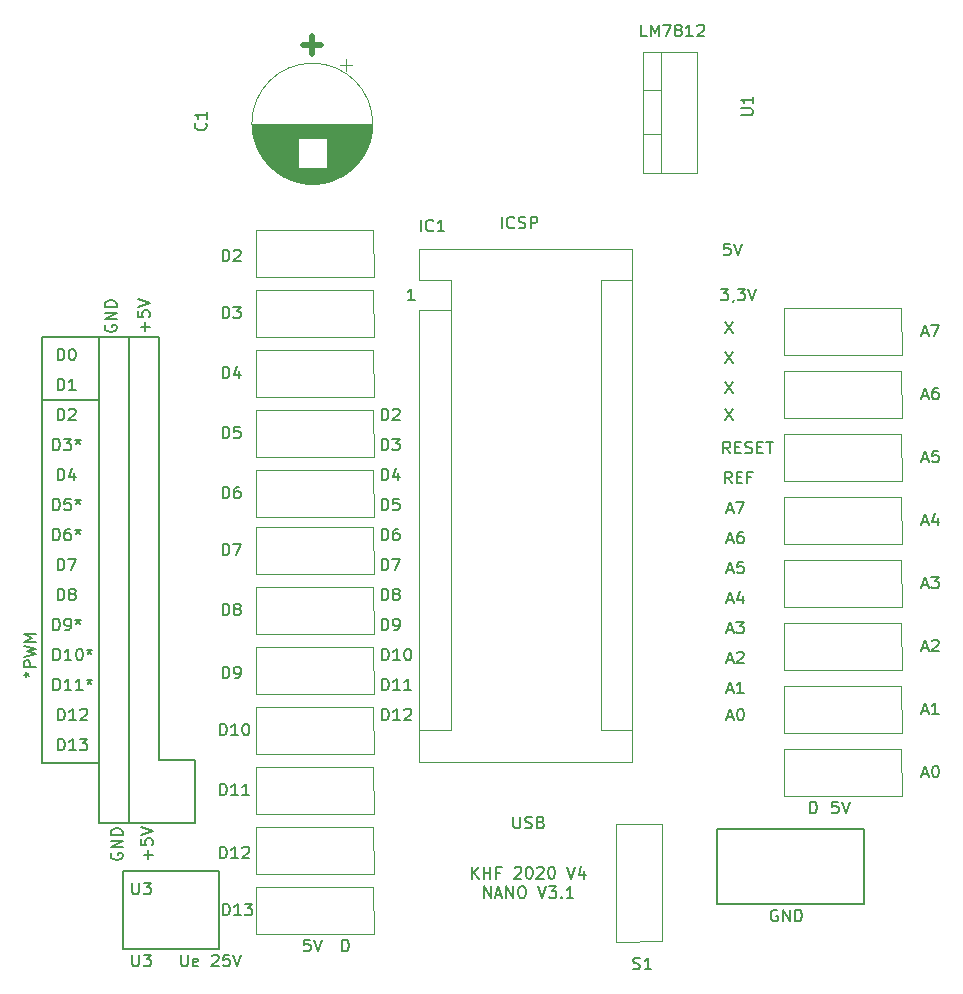
<source format=gbr>
%TF.GenerationSoftware,KiCad,Pcbnew,(5.1.6)-1*%
%TF.CreationDate,2020-11-22T17:12:52+01:00*%
%TF.ProjectId,NANOV4,4e414e4f-5634-42e6-9b69-6361645f7063,rev?*%
%TF.SameCoordinates,Original*%
%TF.FileFunction,Legend,Top*%
%TF.FilePolarity,Positive*%
%FSLAX46Y46*%
G04 Gerber Fmt 4.6, Leading zero omitted, Abs format (unit mm)*
G04 Created by KiCad (PCBNEW (5.1.6)-1) date 2020-11-22 17:12:52*
%MOMM*%
%LPD*%
G01*
G04 APERTURE LIST*
%ADD10C,0.150000*%
%ADD11C,0.500000*%
%ADD12C,0.120000*%
G04 APERTURE END LIST*
D10*
X106426000Y-121158000D02*
X106426000Y-114554000D01*
X114554000Y-121158000D02*
X106426000Y-121158000D01*
X114554000Y-114554000D02*
X114554000Y-121158000D01*
X106426000Y-114554000D02*
X114554000Y-114554000D01*
X156718000Y-117348000D02*
X156718000Y-110998000D01*
X169164000Y-117348000D02*
X156718000Y-117348000D01*
X169164000Y-110998000D02*
X169164000Y-117348000D01*
X156718000Y-110998000D02*
X169164000Y-110998000D01*
X166941523Y-108672380D02*
X166465333Y-108672380D01*
X166417714Y-109148571D01*
X166465333Y-109100952D01*
X166560571Y-109053333D01*
X166798666Y-109053333D01*
X166893904Y-109100952D01*
X166941523Y-109148571D01*
X166989142Y-109243809D01*
X166989142Y-109481904D01*
X166941523Y-109577142D01*
X166893904Y-109624761D01*
X166798666Y-109672380D01*
X166560571Y-109672380D01*
X166465333Y-109624761D01*
X166417714Y-109577142D01*
X167274857Y-108672380D02*
X167608190Y-109672380D01*
X167941523Y-108672380D01*
X164584095Y-109672380D02*
X164584095Y-108672380D01*
X164822190Y-108672380D01*
X164965047Y-108720000D01*
X165060285Y-108815238D01*
X165107904Y-108910476D01*
X165155523Y-109100952D01*
X165155523Y-109243809D01*
X165107904Y-109434285D01*
X165060285Y-109529523D01*
X164965047Y-109624761D01*
X164822190Y-109672380D01*
X164584095Y-109672380D01*
X124960095Y-121356380D02*
X124960095Y-120356380D01*
X125198190Y-120356380D01*
X125341047Y-120404000D01*
X125436285Y-120499238D01*
X125483904Y-120594476D01*
X125531523Y-120784952D01*
X125531523Y-120927809D01*
X125483904Y-121118285D01*
X125436285Y-121213523D01*
X125341047Y-121308761D01*
X125198190Y-121356380D01*
X124960095Y-121356380D01*
X122237523Y-120356380D02*
X121761333Y-120356380D01*
X121713714Y-120832571D01*
X121761333Y-120784952D01*
X121856571Y-120737333D01*
X122094666Y-120737333D01*
X122189904Y-120784952D01*
X122237523Y-120832571D01*
X122285142Y-120927809D01*
X122285142Y-121165904D01*
X122237523Y-121261142D01*
X122189904Y-121308761D01*
X122094666Y-121356380D01*
X121856571Y-121356380D01*
X121761333Y-121308761D01*
X121713714Y-121261142D01*
X122570857Y-120356380D02*
X122904190Y-121356380D01*
X123237523Y-120356380D01*
X157797523Y-61428380D02*
X157321333Y-61428380D01*
X157273714Y-61904571D01*
X157321333Y-61856952D01*
X157416571Y-61809333D01*
X157654666Y-61809333D01*
X157749904Y-61856952D01*
X157797523Y-61904571D01*
X157845142Y-61999809D01*
X157845142Y-62237904D01*
X157797523Y-62333142D01*
X157749904Y-62380761D01*
X157654666Y-62428380D01*
X157416571Y-62428380D01*
X157321333Y-62380761D01*
X157273714Y-62333142D01*
X158130857Y-61428380D02*
X158464190Y-62428380D01*
X158797523Y-61428380D01*
X98004380Y-97908857D02*
X98242476Y-97908857D01*
X98147238Y-98146952D02*
X98242476Y-97908857D01*
X98147238Y-97670761D01*
X98432952Y-98051714D02*
X98242476Y-97908857D01*
X98432952Y-97766000D01*
X99004380Y-97289809D02*
X98004380Y-97289809D01*
X98004380Y-96908857D01*
X98052000Y-96813619D01*
X98099619Y-96766000D01*
X98194857Y-96718380D01*
X98337714Y-96718380D01*
X98432952Y-96766000D01*
X98480571Y-96813619D01*
X98528190Y-96908857D01*
X98528190Y-97289809D01*
X98004380Y-96385047D02*
X99004380Y-96146952D01*
X98290095Y-95956476D01*
X99004380Y-95766000D01*
X98004380Y-95527904D01*
X99004380Y-95146952D02*
X98004380Y-95146952D01*
X98718666Y-94813619D01*
X98004380Y-94480285D01*
X99004380Y-94480285D01*
X104394000Y-69342000D02*
X106934000Y-69342000D01*
X99568000Y-105410000D02*
X104394000Y-105410000D01*
X99568000Y-74676000D02*
X99568000Y-105410000D01*
X99568000Y-74676000D02*
X104394000Y-74676000D01*
X99568000Y-69342000D02*
X99568000Y-74676000D01*
X104394000Y-69342000D02*
X99568000Y-69342000D01*
X150741333Y-43886380D02*
X150265142Y-43886380D01*
X150265142Y-42886380D01*
X151074666Y-43886380D02*
X151074666Y-42886380D01*
X151408000Y-43600666D01*
X151741333Y-42886380D01*
X151741333Y-43886380D01*
X152122285Y-42886380D02*
X152788952Y-42886380D01*
X152360380Y-43886380D01*
X153312761Y-43314952D02*
X153217523Y-43267333D01*
X153169904Y-43219714D01*
X153122285Y-43124476D01*
X153122285Y-43076857D01*
X153169904Y-42981619D01*
X153217523Y-42934000D01*
X153312761Y-42886380D01*
X153503238Y-42886380D01*
X153598476Y-42934000D01*
X153646095Y-42981619D01*
X153693714Y-43076857D01*
X153693714Y-43124476D01*
X153646095Y-43219714D01*
X153598476Y-43267333D01*
X153503238Y-43314952D01*
X153312761Y-43314952D01*
X153217523Y-43362571D01*
X153169904Y-43410190D01*
X153122285Y-43505428D01*
X153122285Y-43695904D01*
X153169904Y-43791142D01*
X153217523Y-43838761D01*
X153312761Y-43886380D01*
X153503238Y-43886380D01*
X153598476Y-43838761D01*
X153646095Y-43791142D01*
X153693714Y-43695904D01*
X153693714Y-43505428D01*
X153646095Y-43410190D01*
X153598476Y-43362571D01*
X153503238Y-43314952D01*
X154646095Y-43886380D02*
X154074666Y-43886380D01*
X154360380Y-43886380D02*
X154360380Y-42886380D01*
X154265142Y-43029238D01*
X154169904Y-43124476D01*
X154074666Y-43172095D01*
X155027047Y-42981619D02*
X155074666Y-42934000D01*
X155169904Y-42886380D01*
X155408000Y-42886380D01*
X155503238Y-42934000D01*
X155550857Y-42981619D01*
X155598476Y-43076857D01*
X155598476Y-43172095D01*
X155550857Y-43314952D01*
X154979428Y-43886380D01*
X155598476Y-43886380D01*
X104394000Y-110490000D02*
X104394000Y-69342000D01*
X106934000Y-110490000D02*
X104394000Y-110490000D01*
X108275428Y-68849714D02*
X108275428Y-68087809D01*
X108656380Y-68468761D02*
X107894476Y-68468761D01*
X107656380Y-67135428D02*
X107656380Y-67611619D01*
X108132571Y-67659238D01*
X108084952Y-67611619D01*
X108037333Y-67516380D01*
X108037333Y-67278285D01*
X108084952Y-67183047D01*
X108132571Y-67135428D01*
X108227809Y-67087809D01*
X108465904Y-67087809D01*
X108561142Y-67135428D01*
X108608761Y-67183047D01*
X108656380Y-67278285D01*
X108656380Y-67516380D01*
X108608761Y-67611619D01*
X108561142Y-67659238D01*
X107656380Y-66802095D02*
X108656380Y-66468761D01*
X107656380Y-66135428D01*
X104910000Y-68325904D02*
X104862380Y-68421142D01*
X104862380Y-68564000D01*
X104910000Y-68706857D01*
X105005238Y-68802095D01*
X105100476Y-68849714D01*
X105290952Y-68897333D01*
X105433809Y-68897333D01*
X105624285Y-68849714D01*
X105719523Y-68802095D01*
X105814761Y-68706857D01*
X105862380Y-68564000D01*
X105862380Y-68468761D01*
X105814761Y-68325904D01*
X105767142Y-68278285D01*
X105433809Y-68278285D01*
X105433809Y-68468761D01*
X105862380Y-67849714D02*
X104862380Y-67849714D01*
X105862380Y-67278285D01*
X104862380Y-67278285D01*
X105862380Y-66802095D02*
X104862380Y-66802095D01*
X104862380Y-66564000D01*
X104910000Y-66421142D01*
X105005238Y-66325904D01*
X105100476Y-66278285D01*
X105290952Y-66230666D01*
X105433809Y-66230666D01*
X105624285Y-66278285D01*
X105719523Y-66325904D01*
X105814761Y-66421142D01*
X105862380Y-66564000D01*
X105862380Y-66802095D01*
X128293904Y-89098380D02*
X128293904Y-88098380D01*
X128532000Y-88098380D01*
X128674857Y-88146000D01*
X128770095Y-88241238D01*
X128817714Y-88336476D01*
X128865333Y-88526952D01*
X128865333Y-88669809D01*
X128817714Y-88860285D01*
X128770095Y-88955523D01*
X128674857Y-89050761D01*
X128532000Y-89098380D01*
X128293904Y-89098380D01*
X129198666Y-88098380D02*
X129865333Y-88098380D01*
X129436761Y-89098380D01*
X128293904Y-91638380D02*
X128293904Y-90638380D01*
X128532000Y-90638380D01*
X128674857Y-90686000D01*
X128770095Y-90781238D01*
X128817714Y-90876476D01*
X128865333Y-91066952D01*
X128865333Y-91209809D01*
X128817714Y-91400285D01*
X128770095Y-91495523D01*
X128674857Y-91590761D01*
X128532000Y-91638380D01*
X128293904Y-91638380D01*
X129436761Y-91066952D02*
X129341523Y-91019333D01*
X129293904Y-90971714D01*
X129246285Y-90876476D01*
X129246285Y-90828857D01*
X129293904Y-90733619D01*
X129341523Y-90686000D01*
X129436761Y-90638380D01*
X129627238Y-90638380D01*
X129722476Y-90686000D01*
X129770095Y-90733619D01*
X129817714Y-90828857D01*
X129817714Y-90876476D01*
X129770095Y-90971714D01*
X129722476Y-91019333D01*
X129627238Y-91066952D01*
X129436761Y-91066952D01*
X129341523Y-91114571D01*
X129293904Y-91162190D01*
X129246285Y-91257428D01*
X129246285Y-91447904D01*
X129293904Y-91543142D01*
X129341523Y-91590761D01*
X129436761Y-91638380D01*
X129627238Y-91638380D01*
X129722476Y-91590761D01*
X129770095Y-91543142D01*
X129817714Y-91447904D01*
X129817714Y-91257428D01*
X129770095Y-91162190D01*
X129722476Y-91114571D01*
X129627238Y-91066952D01*
X128293904Y-94178380D02*
X128293904Y-93178380D01*
X128532000Y-93178380D01*
X128674857Y-93226000D01*
X128770095Y-93321238D01*
X128817714Y-93416476D01*
X128865333Y-93606952D01*
X128865333Y-93749809D01*
X128817714Y-93940285D01*
X128770095Y-94035523D01*
X128674857Y-94130761D01*
X128532000Y-94178380D01*
X128293904Y-94178380D01*
X129341523Y-94178380D02*
X129532000Y-94178380D01*
X129627238Y-94130761D01*
X129674857Y-94083142D01*
X129770095Y-93940285D01*
X129817714Y-93749809D01*
X129817714Y-93368857D01*
X129770095Y-93273619D01*
X129722476Y-93226000D01*
X129627238Y-93178380D01*
X129436761Y-93178380D01*
X129341523Y-93226000D01*
X129293904Y-93273619D01*
X129246285Y-93368857D01*
X129246285Y-93606952D01*
X129293904Y-93702190D01*
X129341523Y-93749809D01*
X129436761Y-93797428D01*
X129627238Y-93797428D01*
X129722476Y-93749809D01*
X129770095Y-93702190D01*
X129817714Y-93606952D01*
X128293904Y-86558380D02*
X128293904Y-85558380D01*
X128532000Y-85558380D01*
X128674857Y-85606000D01*
X128770095Y-85701238D01*
X128817714Y-85796476D01*
X128865333Y-85986952D01*
X128865333Y-86129809D01*
X128817714Y-86320285D01*
X128770095Y-86415523D01*
X128674857Y-86510761D01*
X128532000Y-86558380D01*
X128293904Y-86558380D01*
X129722476Y-85558380D02*
X129532000Y-85558380D01*
X129436761Y-85606000D01*
X129389142Y-85653619D01*
X129293904Y-85796476D01*
X129246285Y-85986952D01*
X129246285Y-86367904D01*
X129293904Y-86463142D01*
X129341523Y-86510761D01*
X129436761Y-86558380D01*
X129627238Y-86558380D01*
X129722476Y-86510761D01*
X129770095Y-86463142D01*
X129817714Y-86367904D01*
X129817714Y-86129809D01*
X129770095Y-86034571D01*
X129722476Y-85986952D01*
X129627238Y-85939333D01*
X129436761Y-85939333D01*
X129341523Y-85986952D01*
X129293904Y-86034571D01*
X129246285Y-86129809D01*
X128325714Y-101798380D02*
X128325714Y-100798380D01*
X128563809Y-100798380D01*
X128706666Y-100846000D01*
X128801904Y-100941238D01*
X128849523Y-101036476D01*
X128897142Y-101226952D01*
X128897142Y-101369809D01*
X128849523Y-101560285D01*
X128801904Y-101655523D01*
X128706666Y-101750761D01*
X128563809Y-101798380D01*
X128325714Y-101798380D01*
X129849523Y-101798380D02*
X129278095Y-101798380D01*
X129563809Y-101798380D02*
X129563809Y-100798380D01*
X129468571Y-100941238D01*
X129373333Y-101036476D01*
X129278095Y-101084095D01*
X130230476Y-100893619D02*
X130278095Y-100846000D01*
X130373333Y-100798380D01*
X130611428Y-100798380D01*
X130706666Y-100846000D01*
X130754285Y-100893619D01*
X130801904Y-100988857D01*
X130801904Y-101084095D01*
X130754285Y-101226952D01*
X130182857Y-101798380D01*
X130801904Y-101798380D01*
X128325714Y-99258380D02*
X128325714Y-98258380D01*
X128563809Y-98258380D01*
X128706666Y-98306000D01*
X128801904Y-98401238D01*
X128849523Y-98496476D01*
X128897142Y-98686952D01*
X128897142Y-98829809D01*
X128849523Y-99020285D01*
X128801904Y-99115523D01*
X128706666Y-99210761D01*
X128563809Y-99258380D01*
X128325714Y-99258380D01*
X129849523Y-99258380D02*
X129278095Y-99258380D01*
X129563809Y-99258380D02*
X129563809Y-98258380D01*
X129468571Y-98401238D01*
X129373333Y-98496476D01*
X129278095Y-98544095D01*
X130801904Y-99258380D02*
X130230476Y-99258380D01*
X130516190Y-99258380D02*
X130516190Y-98258380D01*
X130420952Y-98401238D01*
X130325714Y-98496476D01*
X130230476Y-98544095D01*
X128325714Y-96718380D02*
X128325714Y-95718380D01*
X128563809Y-95718380D01*
X128706666Y-95766000D01*
X128801904Y-95861238D01*
X128849523Y-95956476D01*
X128897142Y-96146952D01*
X128897142Y-96289809D01*
X128849523Y-96480285D01*
X128801904Y-96575523D01*
X128706666Y-96670761D01*
X128563809Y-96718380D01*
X128325714Y-96718380D01*
X129849523Y-96718380D02*
X129278095Y-96718380D01*
X129563809Y-96718380D02*
X129563809Y-95718380D01*
X129468571Y-95861238D01*
X129373333Y-95956476D01*
X129278095Y-96004095D01*
X130468571Y-95718380D02*
X130563809Y-95718380D01*
X130659047Y-95766000D01*
X130706666Y-95813619D01*
X130754285Y-95908857D01*
X130801904Y-96099333D01*
X130801904Y-96337428D01*
X130754285Y-96527904D01*
X130706666Y-96623142D01*
X130659047Y-96670761D01*
X130563809Y-96718380D01*
X130468571Y-96718380D01*
X130373333Y-96670761D01*
X130325714Y-96623142D01*
X130278095Y-96527904D01*
X130230476Y-96337428D01*
X130230476Y-96099333D01*
X130278095Y-95908857D01*
X130325714Y-95813619D01*
X130373333Y-95766000D01*
X130468571Y-95718380D01*
X128293904Y-76398380D02*
X128293904Y-75398380D01*
X128532000Y-75398380D01*
X128674857Y-75446000D01*
X128770095Y-75541238D01*
X128817714Y-75636476D01*
X128865333Y-75826952D01*
X128865333Y-75969809D01*
X128817714Y-76160285D01*
X128770095Y-76255523D01*
X128674857Y-76350761D01*
X128532000Y-76398380D01*
X128293904Y-76398380D01*
X129246285Y-75493619D02*
X129293904Y-75446000D01*
X129389142Y-75398380D01*
X129627238Y-75398380D01*
X129722476Y-75446000D01*
X129770095Y-75493619D01*
X129817714Y-75588857D01*
X129817714Y-75684095D01*
X129770095Y-75826952D01*
X129198666Y-76398380D01*
X129817714Y-76398380D01*
X128293904Y-78938380D02*
X128293904Y-77938380D01*
X128532000Y-77938380D01*
X128674857Y-77986000D01*
X128770095Y-78081238D01*
X128817714Y-78176476D01*
X128865333Y-78366952D01*
X128865333Y-78509809D01*
X128817714Y-78700285D01*
X128770095Y-78795523D01*
X128674857Y-78890761D01*
X128532000Y-78938380D01*
X128293904Y-78938380D01*
X129198666Y-77938380D02*
X129817714Y-77938380D01*
X129484380Y-78319333D01*
X129627238Y-78319333D01*
X129722476Y-78366952D01*
X129770095Y-78414571D01*
X129817714Y-78509809D01*
X129817714Y-78747904D01*
X129770095Y-78843142D01*
X129722476Y-78890761D01*
X129627238Y-78938380D01*
X129341523Y-78938380D01*
X129246285Y-78890761D01*
X129198666Y-78843142D01*
X128293904Y-81478380D02*
X128293904Y-80478380D01*
X128532000Y-80478380D01*
X128674857Y-80526000D01*
X128770095Y-80621238D01*
X128817714Y-80716476D01*
X128865333Y-80906952D01*
X128865333Y-81049809D01*
X128817714Y-81240285D01*
X128770095Y-81335523D01*
X128674857Y-81430761D01*
X128532000Y-81478380D01*
X128293904Y-81478380D01*
X129722476Y-80811714D02*
X129722476Y-81478380D01*
X129484380Y-80430761D02*
X129246285Y-81145047D01*
X129865333Y-81145047D01*
X128293904Y-84018380D02*
X128293904Y-83018380D01*
X128532000Y-83018380D01*
X128674857Y-83066000D01*
X128770095Y-83161238D01*
X128817714Y-83256476D01*
X128865333Y-83446952D01*
X128865333Y-83589809D01*
X128817714Y-83780285D01*
X128770095Y-83875523D01*
X128674857Y-83970761D01*
X128532000Y-84018380D01*
X128293904Y-84018380D01*
X129770095Y-83018380D02*
X129293904Y-83018380D01*
X129246285Y-83494571D01*
X129293904Y-83446952D01*
X129389142Y-83399333D01*
X129627238Y-83399333D01*
X129722476Y-83446952D01*
X129770095Y-83494571D01*
X129817714Y-83589809D01*
X129817714Y-83827904D01*
X129770095Y-83923142D01*
X129722476Y-83970761D01*
X129627238Y-84018380D01*
X129389142Y-84018380D01*
X129293904Y-83970761D01*
X129246285Y-83923142D01*
X138477809Y-60142380D02*
X138477809Y-59142380D01*
X139525428Y-60047142D02*
X139477809Y-60094761D01*
X139334952Y-60142380D01*
X139239714Y-60142380D01*
X139096857Y-60094761D01*
X139001619Y-59999523D01*
X138954000Y-59904285D01*
X138906380Y-59713809D01*
X138906380Y-59570952D01*
X138954000Y-59380476D01*
X139001619Y-59285238D01*
X139096857Y-59190000D01*
X139239714Y-59142380D01*
X139334952Y-59142380D01*
X139477809Y-59190000D01*
X139525428Y-59237619D01*
X139906380Y-60094761D02*
X140049238Y-60142380D01*
X140287333Y-60142380D01*
X140382571Y-60094761D01*
X140430190Y-60047142D01*
X140477809Y-59951904D01*
X140477809Y-59856666D01*
X140430190Y-59761428D01*
X140382571Y-59713809D01*
X140287333Y-59666190D01*
X140096857Y-59618571D01*
X140001619Y-59570952D01*
X139954000Y-59523333D01*
X139906380Y-59428095D01*
X139906380Y-59332857D01*
X139954000Y-59237619D01*
X140001619Y-59190000D01*
X140096857Y-59142380D01*
X140334952Y-59142380D01*
X140477809Y-59190000D01*
X140906380Y-60142380D02*
X140906380Y-59142380D01*
X141287333Y-59142380D01*
X141382571Y-59190000D01*
X141430190Y-59237619D01*
X141477809Y-59332857D01*
X141477809Y-59475714D01*
X141430190Y-59570952D01*
X141382571Y-59618571D01*
X141287333Y-59666190D01*
X140906380Y-59666190D01*
X131095714Y-66238380D02*
X130524285Y-66238380D01*
X130810000Y-66238380D02*
X130810000Y-65238380D01*
X130714761Y-65381238D01*
X130619523Y-65476476D01*
X130524285Y-65524095D01*
X109474000Y-105156000D02*
X112522000Y-105156000D01*
X109474000Y-69342000D02*
X109474000Y-105156000D01*
X106934000Y-69342000D02*
X109474000Y-69342000D01*
X106934000Y-110490000D02*
X106934000Y-69342000D01*
X112522000Y-110490000D02*
X106934000Y-110490000D01*
X112522000Y-110490000D02*
X112522000Y-105156000D01*
X135930285Y-115197380D02*
X135930285Y-114197380D01*
X136501714Y-115197380D02*
X136073142Y-114625952D01*
X136501714Y-114197380D02*
X135930285Y-114768809D01*
X136930285Y-115197380D02*
X136930285Y-114197380D01*
X136930285Y-114673571D02*
X137501714Y-114673571D01*
X137501714Y-115197380D02*
X137501714Y-114197380D01*
X138311238Y-114673571D02*
X137977904Y-114673571D01*
X137977904Y-115197380D02*
X137977904Y-114197380D01*
X138454095Y-114197380D01*
X139549333Y-114292619D02*
X139596952Y-114245000D01*
X139692190Y-114197380D01*
X139930285Y-114197380D01*
X140025523Y-114245000D01*
X140073142Y-114292619D01*
X140120761Y-114387857D01*
X140120761Y-114483095D01*
X140073142Y-114625952D01*
X139501714Y-115197380D01*
X140120761Y-115197380D01*
X140739809Y-114197380D02*
X140835047Y-114197380D01*
X140930285Y-114245000D01*
X140977904Y-114292619D01*
X141025523Y-114387857D01*
X141073142Y-114578333D01*
X141073142Y-114816428D01*
X141025523Y-115006904D01*
X140977904Y-115102142D01*
X140930285Y-115149761D01*
X140835047Y-115197380D01*
X140739809Y-115197380D01*
X140644571Y-115149761D01*
X140596952Y-115102142D01*
X140549333Y-115006904D01*
X140501714Y-114816428D01*
X140501714Y-114578333D01*
X140549333Y-114387857D01*
X140596952Y-114292619D01*
X140644571Y-114245000D01*
X140739809Y-114197380D01*
X141454095Y-114292619D02*
X141501714Y-114245000D01*
X141596952Y-114197380D01*
X141835047Y-114197380D01*
X141930285Y-114245000D01*
X141977904Y-114292619D01*
X142025523Y-114387857D01*
X142025523Y-114483095D01*
X141977904Y-114625952D01*
X141406476Y-115197380D01*
X142025523Y-115197380D01*
X142644571Y-114197380D02*
X142739809Y-114197380D01*
X142835047Y-114245000D01*
X142882666Y-114292619D01*
X142930285Y-114387857D01*
X142977904Y-114578333D01*
X142977904Y-114816428D01*
X142930285Y-115006904D01*
X142882666Y-115102142D01*
X142835047Y-115149761D01*
X142739809Y-115197380D01*
X142644571Y-115197380D01*
X142549333Y-115149761D01*
X142501714Y-115102142D01*
X142454095Y-115006904D01*
X142406476Y-114816428D01*
X142406476Y-114578333D01*
X142454095Y-114387857D01*
X142501714Y-114292619D01*
X142549333Y-114245000D01*
X142644571Y-114197380D01*
X144025523Y-114197380D02*
X144358857Y-115197380D01*
X144692190Y-114197380D01*
X145454095Y-114530714D02*
X145454095Y-115197380D01*
X145216000Y-114149761D02*
X144977904Y-114864047D01*
X145596952Y-114864047D01*
X136954095Y-116847380D02*
X136954095Y-115847380D01*
X137525523Y-116847380D01*
X137525523Y-115847380D01*
X137954095Y-116561666D02*
X138430285Y-116561666D01*
X137858857Y-116847380D02*
X138192190Y-115847380D01*
X138525523Y-116847380D01*
X138858857Y-116847380D02*
X138858857Y-115847380D01*
X139430285Y-116847380D01*
X139430285Y-115847380D01*
X140096952Y-115847380D02*
X140287428Y-115847380D01*
X140382666Y-115895000D01*
X140477904Y-115990238D01*
X140525523Y-116180714D01*
X140525523Y-116514047D01*
X140477904Y-116704523D01*
X140382666Y-116799761D01*
X140287428Y-116847380D01*
X140096952Y-116847380D01*
X140001714Y-116799761D01*
X139906476Y-116704523D01*
X139858857Y-116514047D01*
X139858857Y-116180714D01*
X139906476Y-115990238D01*
X140001714Y-115895000D01*
X140096952Y-115847380D01*
X141573142Y-115847380D02*
X141906476Y-116847380D01*
X142239809Y-115847380D01*
X142477904Y-115847380D02*
X143096952Y-115847380D01*
X142763619Y-116228333D01*
X142906476Y-116228333D01*
X143001714Y-116275952D01*
X143049333Y-116323571D01*
X143096952Y-116418809D01*
X143096952Y-116656904D01*
X143049333Y-116752142D01*
X143001714Y-116799761D01*
X142906476Y-116847380D01*
X142620761Y-116847380D01*
X142525523Y-116799761D01*
X142477904Y-116752142D01*
X143525523Y-116752142D02*
X143573142Y-116799761D01*
X143525523Y-116847380D01*
X143477904Y-116799761D01*
X143525523Y-116752142D01*
X143525523Y-116847380D01*
X144525523Y-116847380D02*
X143954095Y-116847380D01*
X144239809Y-116847380D02*
X144239809Y-115847380D01*
X144144571Y-115990238D01*
X144049333Y-116085476D01*
X143954095Y-116133095D01*
X139454095Y-109942380D02*
X139454095Y-110751904D01*
X139501714Y-110847142D01*
X139549333Y-110894761D01*
X139644571Y-110942380D01*
X139835047Y-110942380D01*
X139930285Y-110894761D01*
X139977904Y-110847142D01*
X140025523Y-110751904D01*
X140025523Y-109942380D01*
X140454095Y-110894761D02*
X140596952Y-110942380D01*
X140835047Y-110942380D01*
X140930285Y-110894761D01*
X140977904Y-110847142D01*
X141025523Y-110751904D01*
X141025523Y-110656666D01*
X140977904Y-110561428D01*
X140930285Y-110513809D01*
X140835047Y-110466190D01*
X140644571Y-110418571D01*
X140549333Y-110370952D01*
X140501714Y-110323333D01*
X140454095Y-110228095D01*
X140454095Y-110132857D01*
X140501714Y-110037619D01*
X140549333Y-109990000D01*
X140644571Y-109942380D01*
X140882666Y-109942380D01*
X141025523Y-109990000D01*
X141787428Y-110418571D02*
X141930285Y-110466190D01*
X141977904Y-110513809D01*
X142025523Y-110609047D01*
X142025523Y-110751904D01*
X141977904Y-110847142D01*
X141930285Y-110894761D01*
X141835047Y-110942380D01*
X141454095Y-110942380D01*
X141454095Y-109942380D01*
X141787428Y-109942380D01*
X141882666Y-109990000D01*
X141930285Y-110037619D01*
X141977904Y-110132857D01*
X141977904Y-110228095D01*
X141930285Y-110323333D01*
X141882666Y-110370952D01*
X141787428Y-110418571D01*
X141454095Y-110418571D01*
X157400666Y-68032380D02*
X158067333Y-69032380D01*
X158067333Y-68032380D02*
X157400666Y-69032380D01*
X157400666Y-70572380D02*
X158067333Y-71572380D01*
X158067333Y-70572380D02*
X157400666Y-71572380D01*
X157400666Y-73112380D02*
X158067333Y-74112380D01*
X158067333Y-73112380D02*
X157400666Y-74112380D01*
X157400666Y-75398380D02*
X158067333Y-76398380D01*
X158067333Y-75398380D02*
X157400666Y-76398380D01*
X157805619Y-79192380D02*
X157472285Y-78716190D01*
X157234190Y-79192380D02*
X157234190Y-78192380D01*
X157615142Y-78192380D01*
X157710380Y-78240000D01*
X157758000Y-78287619D01*
X157805619Y-78382857D01*
X157805619Y-78525714D01*
X157758000Y-78620952D01*
X157710380Y-78668571D01*
X157615142Y-78716190D01*
X157234190Y-78716190D01*
X158234190Y-78668571D02*
X158567523Y-78668571D01*
X158710380Y-79192380D02*
X158234190Y-79192380D01*
X158234190Y-78192380D01*
X158710380Y-78192380D01*
X159091333Y-79144761D02*
X159234190Y-79192380D01*
X159472285Y-79192380D01*
X159567523Y-79144761D01*
X159615142Y-79097142D01*
X159662761Y-79001904D01*
X159662761Y-78906666D01*
X159615142Y-78811428D01*
X159567523Y-78763809D01*
X159472285Y-78716190D01*
X159281809Y-78668571D01*
X159186571Y-78620952D01*
X159138952Y-78573333D01*
X159091333Y-78478095D01*
X159091333Y-78382857D01*
X159138952Y-78287619D01*
X159186571Y-78240000D01*
X159281809Y-78192380D01*
X159519904Y-78192380D01*
X159662761Y-78240000D01*
X160091333Y-78668571D02*
X160424666Y-78668571D01*
X160567523Y-79192380D02*
X160091333Y-79192380D01*
X160091333Y-78192380D01*
X160567523Y-78192380D01*
X160853238Y-78192380D02*
X161424666Y-78192380D01*
X161138952Y-79192380D02*
X161138952Y-78192380D01*
X157924571Y-81732380D02*
X157591238Y-81256190D01*
X157353142Y-81732380D02*
X157353142Y-80732380D01*
X157734095Y-80732380D01*
X157829333Y-80780000D01*
X157876952Y-80827619D01*
X157924571Y-80922857D01*
X157924571Y-81065714D01*
X157876952Y-81160952D01*
X157829333Y-81208571D01*
X157734095Y-81256190D01*
X157353142Y-81256190D01*
X158353142Y-81208571D02*
X158686476Y-81208571D01*
X158829333Y-81732380D02*
X158353142Y-81732380D01*
X158353142Y-80732380D01*
X158829333Y-80732380D01*
X159591238Y-81208571D02*
X159257904Y-81208571D01*
X159257904Y-81732380D02*
X159257904Y-80732380D01*
X159734095Y-80732380D01*
X157527714Y-83986666D02*
X158003904Y-83986666D01*
X157432476Y-84272380D02*
X157765809Y-83272380D01*
X158099142Y-84272380D01*
X158337238Y-83272380D02*
X159003904Y-83272380D01*
X158575333Y-84272380D01*
X157527714Y-86526666D02*
X158003904Y-86526666D01*
X157432476Y-86812380D02*
X157765809Y-85812380D01*
X158099142Y-86812380D01*
X158861047Y-85812380D02*
X158670571Y-85812380D01*
X158575333Y-85860000D01*
X158527714Y-85907619D01*
X158432476Y-86050476D01*
X158384857Y-86240952D01*
X158384857Y-86621904D01*
X158432476Y-86717142D01*
X158480095Y-86764761D01*
X158575333Y-86812380D01*
X158765809Y-86812380D01*
X158861047Y-86764761D01*
X158908666Y-86717142D01*
X158956285Y-86621904D01*
X158956285Y-86383809D01*
X158908666Y-86288571D01*
X158861047Y-86240952D01*
X158765809Y-86193333D01*
X158575333Y-86193333D01*
X158480095Y-86240952D01*
X158432476Y-86288571D01*
X158384857Y-86383809D01*
X157527714Y-89066666D02*
X158003904Y-89066666D01*
X157432476Y-89352380D02*
X157765809Y-88352380D01*
X158099142Y-89352380D01*
X158908666Y-88352380D02*
X158432476Y-88352380D01*
X158384857Y-88828571D01*
X158432476Y-88780952D01*
X158527714Y-88733333D01*
X158765809Y-88733333D01*
X158861047Y-88780952D01*
X158908666Y-88828571D01*
X158956285Y-88923809D01*
X158956285Y-89161904D01*
X158908666Y-89257142D01*
X158861047Y-89304761D01*
X158765809Y-89352380D01*
X158527714Y-89352380D01*
X158432476Y-89304761D01*
X158384857Y-89257142D01*
X157527714Y-91606666D02*
X158003904Y-91606666D01*
X157432476Y-91892380D02*
X157765809Y-90892380D01*
X158099142Y-91892380D01*
X158861047Y-91225714D02*
X158861047Y-91892380D01*
X158622952Y-90844761D02*
X158384857Y-91559047D01*
X159003904Y-91559047D01*
X157527714Y-94146666D02*
X158003904Y-94146666D01*
X157432476Y-94432380D02*
X157765809Y-93432380D01*
X158099142Y-94432380D01*
X158337238Y-93432380D02*
X158956285Y-93432380D01*
X158622952Y-93813333D01*
X158765809Y-93813333D01*
X158861047Y-93860952D01*
X158908666Y-93908571D01*
X158956285Y-94003809D01*
X158956285Y-94241904D01*
X158908666Y-94337142D01*
X158861047Y-94384761D01*
X158765809Y-94432380D01*
X158480095Y-94432380D01*
X158384857Y-94384761D01*
X158337238Y-94337142D01*
X157527714Y-96686666D02*
X158003904Y-96686666D01*
X157432476Y-96972380D02*
X157765809Y-95972380D01*
X158099142Y-96972380D01*
X158384857Y-96067619D02*
X158432476Y-96020000D01*
X158527714Y-95972380D01*
X158765809Y-95972380D01*
X158861047Y-96020000D01*
X158908666Y-96067619D01*
X158956285Y-96162857D01*
X158956285Y-96258095D01*
X158908666Y-96400952D01*
X158337238Y-96972380D01*
X158956285Y-96972380D01*
X157527714Y-99226666D02*
X158003904Y-99226666D01*
X157432476Y-99512380D02*
X157765809Y-98512380D01*
X158099142Y-99512380D01*
X158956285Y-99512380D02*
X158384857Y-99512380D01*
X158670571Y-99512380D02*
X158670571Y-98512380D01*
X158575333Y-98655238D01*
X158480095Y-98750476D01*
X158384857Y-98798095D01*
X157527714Y-101512666D02*
X158003904Y-101512666D01*
X157432476Y-101798380D02*
X157765809Y-100798380D01*
X158099142Y-101798380D01*
X158622952Y-100798380D02*
X158718190Y-100798380D01*
X158813428Y-100846000D01*
X158861047Y-100893619D01*
X158908666Y-100988857D01*
X158956285Y-101179333D01*
X158956285Y-101417428D01*
X158908666Y-101607904D01*
X158861047Y-101703142D01*
X158813428Y-101750761D01*
X158718190Y-101798380D01*
X158622952Y-101798380D01*
X158527714Y-101750761D01*
X158480095Y-101703142D01*
X158432476Y-101607904D01*
X158384857Y-101417428D01*
X158384857Y-101179333D01*
X158432476Y-100988857D01*
X158480095Y-100893619D01*
X158527714Y-100846000D01*
X158622952Y-100798380D01*
X157019809Y-65238380D02*
X157638857Y-65238380D01*
X157305523Y-65619333D01*
X157448380Y-65619333D01*
X157543619Y-65666952D01*
X157591238Y-65714571D01*
X157638857Y-65809809D01*
X157638857Y-66047904D01*
X157591238Y-66143142D01*
X157543619Y-66190761D01*
X157448380Y-66238380D01*
X157162666Y-66238380D01*
X157067428Y-66190761D01*
X157019809Y-66143142D01*
X158115047Y-66190761D02*
X158115047Y-66238380D01*
X158067428Y-66333619D01*
X158019809Y-66381238D01*
X158448380Y-65238380D02*
X159067428Y-65238380D01*
X158734095Y-65619333D01*
X158876952Y-65619333D01*
X158972190Y-65666952D01*
X159019809Y-65714571D01*
X159067428Y-65809809D01*
X159067428Y-66047904D01*
X159019809Y-66143142D01*
X158972190Y-66190761D01*
X158876952Y-66238380D01*
X158591238Y-66238380D01*
X158496000Y-66190761D01*
X158448380Y-66143142D01*
X159353142Y-65238380D02*
X159686476Y-66238380D01*
X160019809Y-65238380D01*
D11*
X121666095Y-44592857D02*
X123189904Y-44592857D01*
X122428000Y-45354761D02*
X122428000Y-43830952D01*
D10*
X100893714Y-104338380D02*
X100893714Y-103338380D01*
X101131809Y-103338380D01*
X101274666Y-103386000D01*
X101369904Y-103481238D01*
X101417523Y-103576476D01*
X101465142Y-103766952D01*
X101465142Y-103909809D01*
X101417523Y-104100285D01*
X101369904Y-104195523D01*
X101274666Y-104290761D01*
X101131809Y-104338380D01*
X100893714Y-104338380D01*
X102417523Y-104338380D02*
X101846095Y-104338380D01*
X102131809Y-104338380D02*
X102131809Y-103338380D01*
X102036571Y-103481238D01*
X101941333Y-103576476D01*
X101846095Y-103624095D01*
X102750857Y-103338380D02*
X103369904Y-103338380D01*
X103036571Y-103719333D01*
X103179428Y-103719333D01*
X103274666Y-103766952D01*
X103322285Y-103814571D01*
X103369904Y-103909809D01*
X103369904Y-104147904D01*
X103322285Y-104243142D01*
X103274666Y-104290761D01*
X103179428Y-104338380D01*
X102893714Y-104338380D01*
X102798476Y-104290761D01*
X102750857Y-104243142D01*
X100893714Y-101798380D02*
X100893714Y-100798380D01*
X101131809Y-100798380D01*
X101274666Y-100846000D01*
X101369904Y-100941238D01*
X101417523Y-101036476D01*
X101465142Y-101226952D01*
X101465142Y-101369809D01*
X101417523Y-101560285D01*
X101369904Y-101655523D01*
X101274666Y-101750761D01*
X101131809Y-101798380D01*
X100893714Y-101798380D01*
X102417523Y-101798380D02*
X101846095Y-101798380D01*
X102131809Y-101798380D02*
X102131809Y-100798380D01*
X102036571Y-100941238D01*
X101941333Y-101036476D01*
X101846095Y-101084095D01*
X102798476Y-100893619D02*
X102846095Y-100846000D01*
X102941333Y-100798380D01*
X103179428Y-100798380D01*
X103274666Y-100846000D01*
X103322285Y-100893619D01*
X103369904Y-100988857D01*
X103369904Y-101084095D01*
X103322285Y-101226952D01*
X102750857Y-101798380D01*
X103369904Y-101798380D01*
X100512761Y-99258380D02*
X100512761Y-98258380D01*
X100750857Y-98258380D01*
X100893714Y-98306000D01*
X100988952Y-98401238D01*
X101036571Y-98496476D01*
X101084190Y-98686952D01*
X101084190Y-98829809D01*
X101036571Y-99020285D01*
X100988952Y-99115523D01*
X100893714Y-99210761D01*
X100750857Y-99258380D01*
X100512761Y-99258380D01*
X102036571Y-99258380D02*
X101465142Y-99258380D01*
X101750857Y-99258380D02*
X101750857Y-98258380D01*
X101655619Y-98401238D01*
X101560380Y-98496476D01*
X101465142Y-98544095D01*
X102988952Y-99258380D02*
X102417523Y-99258380D01*
X102703238Y-99258380D02*
X102703238Y-98258380D01*
X102608000Y-98401238D01*
X102512761Y-98496476D01*
X102417523Y-98544095D01*
X103560380Y-98258380D02*
X103560380Y-98496476D01*
X103322285Y-98401238D02*
X103560380Y-98496476D01*
X103798476Y-98401238D01*
X103417523Y-98686952D02*
X103560380Y-98496476D01*
X103703238Y-98686952D01*
X100512761Y-96718380D02*
X100512761Y-95718380D01*
X100750857Y-95718380D01*
X100893714Y-95766000D01*
X100988952Y-95861238D01*
X101036571Y-95956476D01*
X101084190Y-96146952D01*
X101084190Y-96289809D01*
X101036571Y-96480285D01*
X100988952Y-96575523D01*
X100893714Y-96670761D01*
X100750857Y-96718380D01*
X100512761Y-96718380D01*
X102036571Y-96718380D02*
X101465142Y-96718380D01*
X101750857Y-96718380D02*
X101750857Y-95718380D01*
X101655619Y-95861238D01*
X101560380Y-95956476D01*
X101465142Y-96004095D01*
X102655619Y-95718380D02*
X102750857Y-95718380D01*
X102846095Y-95766000D01*
X102893714Y-95813619D01*
X102941333Y-95908857D01*
X102988952Y-96099333D01*
X102988952Y-96337428D01*
X102941333Y-96527904D01*
X102893714Y-96623142D01*
X102846095Y-96670761D01*
X102750857Y-96718380D01*
X102655619Y-96718380D01*
X102560380Y-96670761D01*
X102512761Y-96623142D01*
X102465142Y-96527904D01*
X102417523Y-96337428D01*
X102417523Y-96099333D01*
X102465142Y-95908857D01*
X102512761Y-95813619D01*
X102560380Y-95766000D01*
X102655619Y-95718380D01*
X103560380Y-95718380D02*
X103560380Y-95956476D01*
X103322285Y-95861238D02*
X103560380Y-95956476D01*
X103798476Y-95861238D01*
X103417523Y-96146952D02*
X103560380Y-95956476D01*
X103703238Y-96146952D01*
X100480952Y-94178380D02*
X100480952Y-93178380D01*
X100719047Y-93178380D01*
X100861904Y-93226000D01*
X100957142Y-93321238D01*
X101004761Y-93416476D01*
X101052380Y-93606952D01*
X101052380Y-93749809D01*
X101004761Y-93940285D01*
X100957142Y-94035523D01*
X100861904Y-94130761D01*
X100719047Y-94178380D01*
X100480952Y-94178380D01*
X101528571Y-94178380D02*
X101719047Y-94178380D01*
X101814285Y-94130761D01*
X101861904Y-94083142D01*
X101957142Y-93940285D01*
X102004761Y-93749809D01*
X102004761Y-93368857D01*
X101957142Y-93273619D01*
X101909523Y-93226000D01*
X101814285Y-93178380D01*
X101623809Y-93178380D01*
X101528571Y-93226000D01*
X101480952Y-93273619D01*
X101433333Y-93368857D01*
X101433333Y-93606952D01*
X101480952Y-93702190D01*
X101528571Y-93749809D01*
X101623809Y-93797428D01*
X101814285Y-93797428D01*
X101909523Y-93749809D01*
X101957142Y-93702190D01*
X102004761Y-93606952D01*
X102576190Y-93178380D02*
X102576190Y-93416476D01*
X102338095Y-93321238D02*
X102576190Y-93416476D01*
X102814285Y-93321238D01*
X102433333Y-93606952D02*
X102576190Y-93416476D01*
X102719047Y-93606952D01*
X100861904Y-91638380D02*
X100861904Y-90638380D01*
X101100000Y-90638380D01*
X101242857Y-90686000D01*
X101338095Y-90781238D01*
X101385714Y-90876476D01*
X101433333Y-91066952D01*
X101433333Y-91209809D01*
X101385714Y-91400285D01*
X101338095Y-91495523D01*
X101242857Y-91590761D01*
X101100000Y-91638380D01*
X100861904Y-91638380D01*
X102004761Y-91066952D02*
X101909523Y-91019333D01*
X101861904Y-90971714D01*
X101814285Y-90876476D01*
X101814285Y-90828857D01*
X101861904Y-90733619D01*
X101909523Y-90686000D01*
X102004761Y-90638380D01*
X102195238Y-90638380D01*
X102290476Y-90686000D01*
X102338095Y-90733619D01*
X102385714Y-90828857D01*
X102385714Y-90876476D01*
X102338095Y-90971714D01*
X102290476Y-91019333D01*
X102195238Y-91066952D01*
X102004761Y-91066952D01*
X101909523Y-91114571D01*
X101861904Y-91162190D01*
X101814285Y-91257428D01*
X101814285Y-91447904D01*
X101861904Y-91543142D01*
X101909523Y-91590761D01*
X102004761Y-91638380D01*
X102195238Y-91638380D01*
X102290476Y-91590761D01*
X102338095Y-91543142D01*
X102385714Y-91447904D01*
X102385714Y-91257428D01*
X102338095Y-91162190D01*
X102290476Y-91114571D01*
X102195238Y-91066952D01*
X100861904Y-89098380D02*
X100861904Y-88098380D01*
X101100000Y-88098380D01*
X101242857Y-88146000D01*
X101338095Y-88241238D01*
X101385714Y-88336476D01*
X101433333Y-88526952D01*
X101433333Y-88669809D01*
X101385714Y-88860285D01*
X101338095Y-88955523D01*
X101242857Y-89050761D01*
X101100000Y-89098380D01*
X100861904Y-89098380D01*
X101766666Y-88098380D02*
X102433333Y-88098380D01*
X102004761Y-89098380D01*
X100480952Y-86558380D02*
X100480952Y-85558380D01*
X100719047Y-85558380D01*
X100861904Y-85606000D01*
X100957142Y-85701238D01*
X101004761Y-85796476D01*
X101052380Y-85986952D01*
X101052380Y-86129809D01*
X101004761Y-86320285D01*
X100957142Y-86415523D01*
X100861904Y-86510761D01*
X100719047Y-86558380D01*
X100480952Y-86558380D01*
X101909523Y-85558380D02*
X101719047Y-85558380D01*
X101623809Y-85606000D01*
X101576190Y-85653619D01*
X101480952Y-85796476D01*
X101433333Y-85986952D01*
X101433333Y-86367904D01*
X101480952Y-86463142D01*
X101528571Y-86510761D01*
X101623809Y-86558380D01*
X101814285Y-86558380D01*
X101909523Y-86510761D01*
X101957142Y-86463142D01*
X102004761Y-86367904D01*
X102004761Y-86129809D01*
X101957142Y-86034571D01*
X101909523Y-85986952D01*
X101814285Y-85939333D01*
X101623809Y-85939333D01*
X101528571Y-85986952D01*
X101480952Y-86034571D01*
X101433333Y-86129809D01*
X102576190Y-85558380D02*
X102576190Y-85796476D01*
X102338095Y-85701238D02*
X102576190Y-85796476D01*
X102814285Y-85701238D01*
X102433333Y-85986952D02*
X102576190Y-85796476D01*
X102719047Y-85986952D01*
X100480952Y-84018380D02*
X100480952Y-83018380D01*
X100719047Y-83018380D01*
X100861904Y-83066000D01*
X100957142Y-83161238D01*
X101004761Y-83256476D01*
X101052380Y-83446952D01*
X101052380Y-83589809D01*
X101004761Y-83780285D01*
X100957142Y-83875523D01*
X100861904Y-83970761D01*
X100719047Y-84018380D01*
X100480952Y-84018380D01*
X101957142Y-83018380D02*
X101480952Y-83018380D01*
X101433333Y-83494571D01*
X101480952Y-83446952D01*
X101576190Y-83399333D01*
X101814285Y-83399333D01*
X101909523Y-83446952D01*
X101957142Y-83494571D01*
X102004761Y-83589809D01*
X102004761Y-83827904D01*
X101957142Y-83923142D01*
X101909523Y-83970761D01*
X101814285Y-84018380D01*
X101576190Y-84018380D01*
X101480952Y-83970761D01*
X101433333Y-83923142D01*
X102576190Y-83018380D02*
X102576190Y-83256476D01*
X102338095Y-83161238D02*
X102576190Y-83256476D01*
X102814285Y-83161238D01*
X102433333Y-83446952D02*
X102576190Y-83256476D01*
X102719047Y-83446952D01*
X100861904Y-81478380D02*
X100861904Y-80478380D01*
X101100000Y-80478380D01*
X101242857Y-80526000D01*
X101338095Y-80621238D01*
X101385714Y-80716476D01*
X101433333Y-80906952D01*
X101433333Y-81049809D01*
X101385714Y-81240285D01*
X101338095Y-81335523D01*
X101242857Y-81430761D01*
X101100000Y-81478380D01*
X100861904Y-81478380D01*
X102290476Y-80811714D02*
X102290476Y-81478380D01*
X102052380Y-80430761D02*
X101814285Y-81145047D01*
X102433333Y-81145047D01*
X100480952Y-78938380D02*
X100480952Y-77938380D01*
X100719047Y-77938380D01*
X100861904Y-77986000D01*
X100957142Y-78081238D01*
X101004761Y-78176476D01*
X101052380Y-78366952D01*
X101052380Y-78509809D01*
X101004761Y-78700285D01*
X100957142Y-78795523D01*
X100861904Y-78890761D01*
X100719047Y-78938380D01*
X100480952Y-78938380D01*
X101385714Y-77938380D02*
X102004761Y-77938380D01*
X101671428Y-78319333D01*
X101814285Y-78319333D01*
X101909523Y-78366952D01*
X101957142Y-78414571D01*
X102004761Y-78509809D01*
X102004761Y-78747904D01*
X101957142Y-78843142D01*
X101909523Y-78890761D01*
X101814285Y-78938380D01*
X101528571Y-78938380D01*
X101433333Y-78890761D01*
X101385714Y-78843142D01*
X102576190Y-77938380D02*
X102576190Y-78176476D01*
X102338095Y-78081238D02*
X102576190Y-78176476D01*
X102814285Y-78081238D01*
X102433333Y-78366952D02*
X102576190Y-78176476D01*
X102719047Y-78366952D01*
X100861904Y-76398380D02*
X100861904Y-75398380D01*
X101100000Y-75398380D01*
X101242857Y-75446000D01*
X101338095Y-75541238D01*
X101385714Y-75636476D01*
X101433333Y-75826952D01*
X101433333Y-75969809D01*
X101385714Y-76160285D01*
X101338095Y-76255523D01*
X101242857Y-76350761D01*
X101100000Y-76398380D01*
X100861904Y-76398380D01*
X101814285Y-75493619D02*
X101861904Y-75446000D01*
X101957142Y-75398380D01*
X102195238Y-75398380D01*
X102290476Y-75446000D01*
X102338095Y-75493619D01*
X102385714Y-75588857D01*
X102385714Y-75684095D01*
X102338095Y-75826952D01*
X101766666Y-76398380D01*
X102385714Y-76398380D01*
X100861904Y-71318380D02*
X100861904Y-70318380D01*
X101100000Y-70318380D01*
X101242857Y-70366000D01*
X101338095Y-70461238D01*
X101385714Y-70556476D01*
X101433333Y-70746952D01*
X101433333Y-70889809D01*
X101385714Y-71080285D01*
X101338095Y-71175523D01*
X101242857Y-71270761D01*
X101100000Y-71318380D01*
X100861904Y-71318380D01*
X102052380Y-70318380D02*
X102147619Y-70318380D01*
X102242857Y-70366000D01*
X102290476Y-70413619D01*
X102338095Y-70508857D01*
X102385714Y-70699333D01*
X102385714Y-70937428D01*
X102338095Y-71127904D01*
X102290476Y-71223142D01*
X102242857Y-71270761D01*
X102147619Y-71318380D01*
X102052380Y-71318380D01*
X101957142Y-71270761D01*
X101909523Y-71223142D01*
X101861904Y-71127904D01*
X101814285Y-70937428D01*
X101814285Y-70699333D01*
X101861904Y-70508857D01*
X101909523Y-70413619D01*
X101957142Y-70366000D01*
X102052380Y-70318380D01*
X100861904Y-73858380D02*
X100861904Y-72858380D01*
X101100000Y-72858380D01*
X101242857Y-72906000D01*
X101338095Y-73001238D01*
X101385714Y-73096476D01*
X101433333Y-73286952D01*
X101433333Y-73429809D01*
X101385714Y-73620285D01*
X101338095Y-73715523D01*
X101242857Y-73810761D01*
X101100000Y-73858380D01*
X100861904Y-73858380D01*
X102385714Y-73858380D02*
X101814285Y-73858380D01*
X102100000Y-73858380D02*
X102100000Y-72858380D01*
X102004761Y-73001238D01*
X101909523Y-73096476D01*
X101814285Y-73144095D01*
X111315809Y-121626380D02*
X111315809Y-122435904D01*
X111363428Y-122531142D01*
X111411047Y-122578761D01*
X111506285Y-122626380D01*
X111696761Y-122626380D01*
X111792000Y-122578761D01*
X111839619Y-122531142D01*
X111887238Y-122435904D01*
X111887238Y-121626380D01*
X112744380Y-122578761D02*
X112649142Y-122626380D01*
X112458666Y-122626380D01*
X112363428Y-122578761D01*
X112315809Y-122483523D01*
X112315809Y-122102571D01*
X112363428Y-122007333D01*
X112458666Y-121959714D01*
X112649142Y-121959714D01*
X112744380Y-122007333D01*
X112792000Y-122102571D01*
X112792000Y-122197809D01*
X112315809Y-122293047D01*
X113934857Y-121721619D02*
X113982476Y-121674000D01*
X114077714Y-121626380D01*
X114315809Y-121626380D01*
X114411047Y-121674000D01*
X114458666Y-121721619D01*
X114506285Y-121816857D01*
X114506285Y-121912095D01*
X114458666Y-122054952D01*
X113887238Y-122626380D01*
X114506285Y-122626380D01*
X115411047Y-121626380D02*
X114934857Y-121626380D01*
X114887238Y-122102571D01*
X114934857Y-122054952D01*
X115030095Y-122007333D01*
X115268190Y-122007333D01*
X115363428Y-122054952D01*
X115411047Y-122102571D01*
X115458666Y-122197809D01*
X115458666Y-122435904D01*
X115411047Y-122531142D01*
X115363428Y-122578761D01*
X115268190Y-122626380D01*
X115030095Y-122626380D01*
X114934857Y-122578761D01*
X114887238Y-122531142D01*
X115744380Y-121626380D02*
X116077714Y-122626380D01*
X116411047Y-121626380D01*
X108529428Y-113553714D02*
X108529428Y-112791809D01*
X108910380Y-113172761D02*
X108148476Y-113172761D01*
X107910380Y-111839428D02*
X107910380Y-112315619D01*
X108386571Y-112363238D01*
X108338952Y-112315619D01*
X108291333Y-112220380D01*
X108291333Y-111982285D01*
X108338952Y-111887047D01*
X108386571Y-111839428D01*
X108481809Y-111791809D01*
X108719904Y-111791809D01*
X108815142Y-111839428D01*
X108862761Y-111887047D01*
X108910380Y-111982285D01*
X108910380Y-112220380D01*
X108862761Y-112315619D01*
X108815142Y-112363238D01*
X107910380Y-111506095D02*
X108910380Y-111172761D01*
X107910380Y-110839428D01*
X105418000Y-113029904D02*
X105370380Y-113125142D01*
X105370380Y-113268000D01*
X105418000Y-113410857D01*
X105513238Y-113506095D01*
X105608476Y-113553714D01*
X105798952Y-113601333D01*
X105941809Y-113601333D01*
X106132285Y-113553714D01*
X106227523Y-113506095D01*
X106322761Y-113410857D01*
X106370380Y-113268000D01*
X106370380Y-113172761D01*
X106322761Y-113029904D01*
X106275142Y-112982285D01*
X105941809Y-112982285D01*
X105941809Y-113172761D01*
X106370380Y-112553714D02*
X105370380Y-112553714D01*
X106370380Y-111982285D01*
X105370380Y-111982285D01*
X106370380Y-111506095D02*
X105370380Y-111506095D01*
X105370380Y-111268000D01*
X105418000Y-111125142D01*
X105513238Y-111029904D01*
X105608476Y-110982285D01*
X105798952Y-110934666D01*
X105941809Y-110934666D01*
X106132285Y-110982285D01*
X106227523Y-111029904D01*
X106322761Y-111125142D01*
X106370380Y-111268000D01*
X106370380Y-111506095D01*
D12*
%TO.C,U1*%
X150400000Y-48441000D02*
X151910000Y-48441000D01*
X150400000Y-52142000D02*
X151910000Y-52142000D01*
X151910000Y-55412000D02*
X151910000Y-45172000D01*
X150400000Y-45172000D02*
X155041000Y-45172000D01*
X150400000Y-55412000D02*
X155041000Y-55412000D01*
X155041000Y-55412000D02*
X155041000Y-45172000D01*
X150400000Y-55412000D02*
X150400000Y-45172000D01*
%TO.C,IC1*%
X134143001Y-67077001D02*
X134143001Y-64537001D01*
X134143001Y-64537001D02*
X131473001Y-64537001D01*
X131473001Y-67077001D02*
X131473001Y-105307001D01*
X131473001Y-61867001D02*
X131473001Y-64537001D01*
X146843001Y-64537001D02*
X149513001Y-64537001D01*
X146843001Y-64537001D02*
X146843001Y-102637001D01*
X146843001Y-102637001D02*
X149513001Y-102637001D01*
X134143001Y-67077001D02*
X131473001Y-67077001D01*
X134143001Y-67077001D02*
X134143001Y-102637001D01*
X134143001Y-102637001D02*
X131473001Y-102637001D01*
X131473001Y-105307001D02*
X149513001Y-105307001D01*
X149513001Y-105307001D02*
X149513001Y-61867001D01*
X149513001Y-61867001D02*
X131473001Y-61867001D01*
%TO.C,C1*%
X127548000Y-51268000D02*
G75*
G03*
X127548000Y-51268000I-5120000J0D01*
G01*
X127508000Y-51268000D02*
X117348000Y-51268000D01*
X127508000Y-51308000D02*
X117348000Y-51308000D01*
X127508000Y-51348000D02*
X117348000Y-51348000D01*
X127507000Y-51388000D02*
X117349000Y-51388000D01*
X127506000Y-51428000D02*
X117350000Y-51428000D01*
X127505000Y-51468000D02*
X117351000Y-51468000D01*
X127503000Y-51508000D02*
X117353000Y-51508000D01*
X127501000Y-51548000D02*
X117355000Y-51548000D01*
X127498000Y-51588000D02*
X117358000Y-51588000D01*
X127496000Y-51628000D02*
X117360000Y-51628000D01*
X127493000Y-51668000D02*
X117363000Y-51668000D01*
X127490000Y-51708000D02*
X117366000Y-51708000D01*
X127486000Y-51748000D02*
X117370000Y-51748000D01*
X127482000Y-51788000D02*
X117374000Y-51788000D01*
X127478000Y-51828000D02*
X117378000Y-51828000D01*
X127473000Y-51868000D02*
X117383000Y-51868000D01*
X127468000Y-51908000D02*
X117388000Y-51908000D01*
X127463000Y-51948000D02*
X117393000Y-51948000D01*
X127458000Y-51989000D02*
X117398000Y-51989000D01*
X127452000Y-52029000D02*
X117404000Y-52029000D01*
X127446000Y-52069000D02*
X117410000Y-52069000D01*
X127439000Y-52109000D02*
X117417000Y-52109000D01*
X127432000Y-52149000D02*
X117424000Y-52149000D01*
X127425000Y-52189000D02*
X117431000Y-52189000D01*
X127418000Y-52229000D02*
X117438000Y-52229000D01*
X127410000Y-52269000D02*
X117446000Y-52269000D01*
X127402000Y-52309000D02*
X117454000Y-52309000D01*
X127393000Y-52349000D02*
X117463000Y-52349000D01*
X127384000Y-52389000D02*
X117472000Y-52389000D01*
X127375000Y-52429000D02*
X117481000Y-52429000D01*
X127366000Y-52469000D02*
X117490000Y-52469000D01*
X127356000Y-52509000D02*
X117500000Y-52509000D01*
X127346000Y-52549000D02*
X123669000Y-52549000D01*
X121187000Y-52549000D02*
X117510000Y-52549000D01*
X127335000Y-52589000D02*
X123669000Y-52589000D01*
X121187000Y-52589000D02*
X117521000Y-52589000D01*
X127325000Y-52629000D02*
X123669000Y-52629000D01*
X121187000Y-52629000D02*
X117531000Y-52629000D01*
X127313000Y-52669000D02*
X123669000Y-52669000D01*
X121187000Y-52669000D02*
X117543000Y-52669000D01*
X127302000Y-52709000D02*
X123669000Y-52709000D01*
X121187000Y-52709000D02*
X117554000Y-52709000D01*
X127290000Y-52749000D02*
X123669000Y-52749000D01*
X121187000Y-52749000D02*
X117566000Y-52749000D01*
X127278000Y-52789000D02*
X123669000Y-52789000D01*
X121187000Y-52789000D02*
X117578000Y-52789000D01*
X127265000Y-52829000D02*
X123669000Y-52829000D01*
X121187000Y-52829000D02*
X117591000Y-52829000D01*
X127252000Y-52869000D02*
X123669000Y-52869000D01*
X121187000Y-52869000D02*
X117604000Y-52869000D01*
X127239000Y-52909000D02*
X123669000Y-52909000D01*
X121187000Y-52909000D02*
X117617000Y-52909000D01*
X127225000Y-52949000D02*
X123669000Y-52949000D01*
X121187000Y-52949000D02*
X117631000Y-52949000D01*
X127211000Y-52989000D02*
X123669000Y-52989000D01*
X121187000Y-52989000D02*
X117645000Y-52989000D01*
X127196000Y-53029000D02*
X123669000Y-53029000D01*
X121187000Y-53029000D02*
X117660000Y-53029000D01*
X127182000Y-53069000D02*
X123669000Y-53069000D01*
X121187000Y-53069000D02*
X117674000Y-53069000D01*
X127166000Y-53109000D02*
X123669000Y-53109000D01*
X121187000Y-53109000D02*
X117690000Y-53109000D01*
X127151000Y-53149000D02*
X123669000Y-53149000D01*
X121187000Y-53149000D02*
X117705000Y-53149000D01*
X127135000Y-53189000D02*
X123669000Y-53189000D01*
X121187000Y-53189000D02*
X117721000Y-53189000D01*
X127118000Y-53229000D02*
X123669000Y-53229000D01*
X121187000Y-53229000D02*
X117738000Y-53229000D01*
X127102000Y-53269000D02*
X123669000Y-53269000D01*
X121187000Y-53269000D02*
X117754000Y-53269000D01*
X127085000Y-53309000D02*
X123669000Y-53309000D01*
X121187000Y-53309000D02*
X117771000Y-53309000D01*
X127067000Y-53349000D02*
X123669000Y-53349000D01*
X121187000Y-53349000D02*
X117789000Y-53349000D01*
X127049000Y-53389000D02*
X123669000Y-53389000D01*
X121187000Y-53389000D02*
X117807000Y-53389000D01*
X127031000Y-53429000D02*
X123669000Y-53429000D01*
X121187000Y-53429000D02*
X117825000Y-53429000D01*
X127012000Y-53469000D02*
X123669000Y-53469000D01*
X121187000Y-53469000D02*
X117844000Y-53469000D01*
X126992000Y-53509000D02*
X123669000Y-53509000D01*
X121187000Y-53509000D02*
X117864000Y-53509000D01*
X126973000Y-53549000D02*
X123669000Y-53549000D01*
X121187000Y-53549000D02*
X117883000Y-53549000D01*
X126953000Y-53589000D02*
X123669000Y-53589000D01*
X121187000Y-53589000D02*
X117903000Y-53589000D01*
X126932000Y-53629000D02*
X123669000Y-53629000D01*
X121187000Y-53629000D02*
X117924000Y-53629000D01*
X126911000Y-53669000D02*
X123669000Y-53669000D01*
X121187000Y-53669000D02*
X117945000Y-53669000D01*
X126890000Y-53709000D02*
X123669000Y-53709000D01*
X121187000Y-53709000D02*
X117966000Y-53709000D01*
X126868000Y-53749000D02*
X123669000Y-53749000D01*
X121187000Y-53749000D02*
X117988000Y-53749000D01*
X126845000Y-53789000D02*
X123669000Y-53789000D01*
X121187000Y-53789000D02*
X118011000Y-53789000D01*
X126823000Y-53829000D02*
X123669000Y-53829000D01*
X121187000Y-53829000D02*
X118033000Y-53829000D01*
X126799000Y-53869000D02*
X123669000Y-53869000D01*
X121187000Y-53869000D02*
X118057000Y-53869000D01*
X126775000Y-53909000D02*
X123669000Y-53909000D01*
X121187000Y-53909000D02*
X118081000Y-53909000D01*
X126751000Y-53949000D02*
X123669000Y-53949000D01*
X121187000Y-53949000D02*
X118105000Y-53949000D01*
X126726000Y-53989000D02*
X123669000Y-53989000D01*
X121187000Y-53989000D02*
X118130000Y-53989000D01*
X126701000Y-54029000D02*
X123669000Y-54029000D01*
X121187000Y-54029000D02*
X118155000Y-54029000D01*
X126675000Y-54069000D02*
X123669000Y-54069000D01*
X121187000Y-54069000D02*
X118181000Y-54069000D01*
X126649000Y-54109000D02*
X123669000Y-54109000D01*
X121187000Y-54109000D02*
X118207000Y-54109000D01*
X126622000Y-54149000D02*
X123669000Y-54149000D01*
X121187000Y-54149000D02*
X118234000Y-54149000D01*
X126594000Y-54189000D02*
X123669000Y-54189000D01*
X121187000Y-54189000D02*
X118262000Y-54189000D01*
X126566000Y-54229000D02*
X123669000Y-54229000D01*
X121187000Y-54229000D02*
X118290000Y-54229000D01*
X126538000Y-54269000D02*
X123669000Y-54269000D01*
X121187000Y-54269000D02*
X118318000Y-54269000D01*
X126508000Y-54309000D02*
X123669000Y-54309000D01*
X121187000Y-54309000D02*
X118348000Y-54309000D01*
X126478000Y-54349000D02*
X123669000Y-54349000D01*
X121187000Y-54349000D02*
X118378000Y-54349000D01*
X126448000Y-54389000D02*
X123669000Y-54389000D01*
X121187000Y-54389000D02*
X118408000Y-54389000D01*
X126417000Y-54429000D02*
X123669000Y-54429000D01*
X121187000Y-54429000D02*
X118439000Y-54429000D01*
X126385000Y-54469000D02*
X123669000Y-54469000D01*
X121187000Y-54469000D02*
X118471000Y-54469000D01*
X126353000Y-54509000D02*
X123669000Y-54509000D01*
X121187000Y-54509000D02*
X118503000Y-54509000D01*
X126320000Y-54549000D02*
X123669000Y-54549000D01*
X121187000Y-54549000D02*
X118536000Y-54549000D01*
X126286000Y-54589000D02*
X123669000Y-54589000D01*
X121187000Y-54589000D02*
X118570000Y-54589000D01*
X126252000Y-54629000D02*
X123669000Y-54629000D01*
X121187000Y-54629000D02*
X118604000Y-54629000D01*
X126217000Y-54669000D02*
X123669000Y-54669000D01*
X121187000Y-54669000D02*
X118639000Y-54669000D01*
X126181000Y-54709000D02*
X123669000Y-54709000D01*
X121187000Y-54709000D02*
X118675000Y-54709000D01*
X126144000Y-54749000D02*
X123669000Y-54749000D01*
X121187000Y-54749000D02*
X118712000Y-54749000D01*
X126107000Y-54789000D02*
X123669000Y-54789000D01*
X121187000Y-54789000D02*
X118749000Y-54789000D01*
X126068000Y-54829000D02*
X123669000Y-54829000D01*
X121187000Y-54829000D02*
X118788000Y-54829000D01*
X126029000Y-54869000D02*
X123669000Y-54869000D01*
X121187000Y-54869000D02*
X118827000Y-54869000D01*
X125989000Y-54909000D02*
X123669000Y-54909000D01*
X121187000Y-54909000D02*
X118867000Y-54909000D01*
X125948000Y-54949000D02*
X123669000Y-54949000D01*
X121187000Y-54949000D02*
X118908000Y-54949000D01*
X125906000Y-54989000D02*
X123669000Y-54989000D01*
X121187000Y-54989000D02*
X118950000Y-54989000D01*
X125864000Y-55029000D02*
X118992000Y-55029000D01*
X125820000Y-55069000D02*
X119036000Y-55069000D01*
X125775000Y-55109000D02*
X119081000Y-55109000D01*
X125729000Y-55149000D02*
X119127000Y-55149000D01*
X125682000Y-55189000D02*
X119174000Y-55189000D01*
X125634000Y-55229000D02*
X119222000Y-55229000D01*
X125584000Y-55269000D02*
X119272000Y-55269000D01*
X125534000Y-55309000D02*
X119322000Y-55309000D01*
X125482000Y-55349000D02*
X119374000Y-55349000D01*
X125428000Y-55389000D02*
X119428000Y-55389000D01*
X125373000Y-55429000D02*
X119483000Y-55429000D01*
X125317000Y-55469000D02*
X119539000Y-55469000D01*
X125258000Y-55509000D02*
X119598000Y-55509000D01*
X125198000Y-55549000D02*
X119658000Y-55549000D01*
X125137000Y-55589000D02*
X119719000Y-55589000D01*
X125073000Y-55629000D02*
X119783000Y-55629000D01*
X125007000Y-55669000D02*
X119849000Y-55669000D01*
X124938000Y-55709000D02*
X119918000Y-55709000D01*
X124867000Y-55749000D02*
X119989000Y-55749000D01*
X124793000Y-55789000D02*
X120063000Y-55789000D01*
X124717000Y-55829000D02*
X120139000Y-55829000D01*
X124637000Y-55869000D02*
X120219000Y-55869000D01*
X124553000Y-55909000D02*
X120303000Y-55909000D01*
X124465000Y-55949000D02*
X120391000Y-55949000D01*
X124372000Y-55989000D02*
X120484000Y-55989000D01*
X124274000Y-56029000D02*
X120582000Y-56029000D01*
X124170000Y-56069000D02*
X120686000Y-56069000D01*
X124058000Y-56109000D02*
X120798000Y-56109000D01*
X123938000Y-56149000D02*
X120918000Y-56149000D01*
X123806000Y-56189000D02*
X121050000Y-56189000D01*
X123658000Y-56229000D02*
X121198000Y-56229000D01*
X123490000Y-56269000D02*
X121366000Y-56269000D01*
X123290000Y-56309000D02*
X121566000Y-56309000D01*
X123027000Y-56349000D02*
X121829000Y-56349000D01*
X125303000Y-45788354D02*
X125303000Y-46788354D01*
X125803000Y-46288354D02*
X124803000Y-46288354D01*
%TO.C,S1*%
X152044400Y-120497600D02*
X148107400Y-120523000D01*
X152044400Y-110540800D02*
X152044400Y-120497600D01*
X148107400Y-110540800D02*
X152044400Y-110540800D01*
X148107400Y-120497600D02*
X148107400Y-110540800D01*
%TO.C,A0*%
X172313600Y-108178600D02*
X162356800Y-108178600D01*
X162356800Y-108178600D02*
X162356800Y-104241600D01*
X162356800Y-104241600D02*
X172313600Y-104241600D01*
X172313600Y-104241600D02*
X172339000Y-108178600D01*
%TO.C,A1*%
X172313600Y-98907600D02*
X172339000Y-102844600D01*
X162356800Y-98907600D02*
X172313600Y-98907600D01*
X162356800Y-102844600D02*
X162356800Y-98907600D01*
X172313600Y-102844600D02*
X162356800Y-102844600D01*
%TO.C,A2*%
X172313600Y-97510600D02*
X162356800Y-97510600D01*
X162356800Y-97510600D02*
X162356800Y-93573600D01*
X162356800Y-93573600D02*
X172313600Y-93573600D01*
X172313600Y-93573600D02*
X172339000Y-97510600D01*
%TO.C,A3*%
X172313600Y-88239600D02*
X172339000Y-92176600D01*
X162356800Y-88239600D02*
X172313600Y-88239600D01*
X162356800Y-92176600D02*
X162356800Y-88239600D01*
X172313600Y-92176600D02*
X162356800Y-92176600D01*
%TO.C,A4*%
X172313600Y-86842600D02*
X162356800Y-86842600D01*
X162356800Y-86842600D02*
X162356800Y-82905600D01*
X162356800Y-82905600D02*
X172313600Y-82905600D01*
X172313600Y-82905600D02*
X172339000Y-86842600D01*
%TO.C,A5*%
X172313600Y-77571600D02*
X172339000Y-81508600D01*
X162356800Y-77571600D02*
X172313600Y-77571600D01*
X162356800Y-81508600D02*
X162356800Y-77571600D01*
X172313600Y-81508600D02*
X162356800Y-81508600D01*
%TO.C,A6*%
X172313600Y-76174600D02*
X162356800Y-76174600D01*
X162356800Y-76174600D02*
X162356800Y-72237600D01*
X162356800Y-72237600D02*
X172313600Y-72237600D01*
X172313600Y-72237600D02*
X172339000Y-76174600D01*
%TO.C,A7*%
X172313600Y-66903600D02*
X172339000Y-70840600D01*
X162356800Y-66903600D02*
X172313600Y-66903600D01*
X162356800Y-70840600D02*
X162356800Y-66903600D01*
X172313600Y-70840600D02*
X162356800Y-70840600D01*
%TO.C,D2*%
X127609600Y-60299600D02*
X127635000Y-64236600D01*
X117652800Y-60299600D02*
X127609600Y-60299600D01*
X117652800Y-64236600D02*
X117652800Y-60299600D01*
X127609600Y-64236600D02*
X117652800Y-64236600D01*
%TO.C,D3*%
X127609600Y-69316600D02*
X117652800Y-69316600D01*
X117652800Y-69316600D02*
X117652800Y-65379600D01*
X117652800Y-65379600D02*
X127609600Y-65379600D01*
X127609600Y-65379600D02*
X127635000Y-69316600D01*
%TO.C,D4*%
X127609600Y-70459600D02*
X127635000Y-74396600D01*
X117652800Y-70459600D02*
X127609600Y-70459600D01*
X117652800Y-74396600D02*
X117652800Y-70459600D01*
X127609600Y-74396600D02*
X117652800Y-74396600D01*
%TO.C,D5*%
X127609600Y-75539600D02*
X127635000Y-79476600D01*
X117652800Y-75539600D02*
X127609600Y-75539600D01*
X117652800Y-79476600D02*
X117652800Y-75539600D01*
X127609600Y-79476600D02*
X117652800Y-79476600D01*
%TO.C,D6*%
X127609600Y-84556600D02*
X117652800Y-84556600D01*
X117652800Y-84556600D02*
X117652800Y-80619600D01*
X117652800Y-80619600D02*
X127609600Y-80619600D01*
X127609600Y-80619600D02*
X127635000Y-84556600D01*
%TO.C,D7*%
X127609600Y-85445600D02*
X127635000Y-89382600D01*
X117652800Y-85445600D02*
X127609600Y-85445600D01*
X117652800Y-89382600D02*
X117652800Y-85445600D01*
X127609600Y-89382600D02*
X117652800Y-89382600D01*
%TO.C,D8*%
X127609600Y-94462600D02*
X117652800Y-94462600D01*
X117652800Y-94462600D02*
X117652800Y-90525600D01*
X117652800Y-90525600D02*
X127609600Y-90525600D01*
X127609600Y-90525600D02*
X127635000Y-94462600D01*
%TO.C,D9*%
X127609600Y-95605600D02*
X127635000Y-99542600D01*
X117652800Y-95605600D02*
X127609600Y-95605600D01*
X117652800Y-99542600D02*
X117652800Y-95605600D01*
X127609600Y-99542600D02*
X117652800Y-99542600D01*
%TO.C,D10*%
X127609600Y-104622600D02*
X117652800Y-104622600D01*
X117652800Y-104622600D02*
X117652800Y-100685600D01*
X117652800Y-100685600D02*
X127609600Y-100685600D01*
X127609600Y-100685600D02*
X127635000Y-104622600D01*
%TO.C,D11*%
X127609600Y-105765600D02*
X127635000Y-109702600D01*
X117652800Y-105765600D02*
X127609600Y-105765600D01*
X117652800Y-109702600D02*
X117652800Y-105765600D01*
X127609600Y-109702600D02*
X117652800Y-109702600D01*
%TO.C,D12*%
X127609600Y-114782600D02*
X117652800Y-114782600D01*
X117652800Y-114782600D02*
X117652800Y-110845600D01*
X117652800Y-110845600D02*
X127609600Y-110845600D01*
X127609600Y-110845600D02*
X127635000Y-114782600D01*
%TO.C,D13*%
X127609600Y-119862600D02*
X117652800Y-119862600D01*
X117652800Y-119862600D02*
X117652800Y-115925600D01*
X117652800Y-115925600D02*
X127609600Y-115925600D01*
X127609600Y-115925600D02*
X127635000Y-119862600D01*
%TO.C,LP*%
D10*
X161798095Y-117864000D02*
X161702857Y-117816380D01*
X161560000Y-117816380D01*
X161417142Y-117864000D01*
X161321904Y-117959238D01*
X161274285Y-118054476D01*
X161226666Y-118244952D01*
X161226666Y-118387809D01*
X161274285Y-118578285D01*
X161321904Y-118673523D01*
X161417142Y-118768761D01*
X161560000Y-118816380D01*
X161655238Y-118816380D01*
X161798095Y-118768761D01*
X161845714Y-118721142D01*
X161845714Y-118387809D01*
X161655238Y-118387809D01*
X162274285Y-118816380D02*
X162274285Y-117816380D01*
X162845714Y-118816380D01*
X162845714Y-117816380D01*
X163321904Y-118816380D02*
X163321904Y-117816380D01*
X163560000Y-117816380D01*
X163702857Y-117864000D01*
X163798095Y-117959238D01*
X163845714Y-118054476D01*
X163893333Y-118244952D01*
X163893333Y-118387809D01*
X163845714Y-118578285D01*
X163798095Y-118673523D01*
X163702857Y-118768761D01*
X163560000Y-118816380D01*
X163321904Y-118816380D01*
%TO.C,U1*%
X158710380Y-50545904D02*
X159519904Y-50545904D01*
X159615142Y-50498285D01*
X159662761Y-50450666D01*
X159710380Y-50355428D01*
X159710380Y-50164952D01*
X159662761Y-50069714D01*
X159615142Y-50022095D01*
X159519904Y-49974476D01*
X158710380Y-49974476D01*
X159710380Y-48974476D02*
X159710380Y-49545904D01*
X159710380Y-49260190D02*
X158710380Y-49260190D01*
X158853238Y-49355428D01*
X158948476Y-49450666D01*
X158996095Y-49545904D01*
%TO.C,IC1*%
X131611809Y-60396380D02*
X131611809Y-59396380D01*
X132659428Y-60301142D02*
X132611809Y-60348761D01*
X132468952Y-60396380D01*
X132373714Y-60396380D01*
X132230857Y-60348761D01*
X132135619Y-60253523D01*
X132088000Y-60158285D01*
X132040380Y-59967809D01*
X132040380Y-59824952D01*
X132088000Y-59634476D01*
X132135619Y-59539238D01*
X132230857Y-59444000D01*
X132373714Y-59396380D01*
X132468952Y-59396380D01*
X132611809Y-59444000D01*
X132659428Y-59491619D01*
X133611809Y-60396380D02*
X133040380Y-60396380D01*
X133326095Y-60396380D02*
X133326095Y-59396380D01*
X133230857Y-59539238D01*
X133135619Y-59634476D01*
X133040380Y-59682095D01*
%TO.C,C1*%
X113387142Y-51220666D02*
X113434761Y-51268285D01*
X113482380Y-51411142D01*
X113482380Y-51506380D01*
X113434761Y-51649238D01*
X113339523Y-51744476D01*
X113244285Y-51792095D01*
X113053809Y-51839714D01*
X112910952Y-51839714D01*
X112720476Y-51792095D01*
X112625238Y-51744476D01*
X112530000Y-51649238D01*
X112482380Y-51506380D01*
X112482380Y-51411142D01*
X112530000Y-51268285D01*
X112577619Y-51220666D01*
X113482380Y-50268285D02*
X113482380Y-50839714D01*
X113482380Y-50554000D02*
X112482380Y-50554000D01*
X112625238Y-50649238D01*
X112720476Y-50744476D01*
X112768095Y-50839714D01*
%TO.C,S1*%
X149606095Y-122832761D02*
X149748952Y-122880380D01*
X149987047Y-122880380D01*
X150082285Y-122832761D01*
X150129904Y-122785142D01*
X150177523Y-122689904D01*
X150177523Y-122594666D01*
X150129904Y-122499428D01*
X150082285Y-122451809D01*
X149987047Y-122404190D01*
X149796571Y-122356571D01*
X149701333Y-122308952D01*
X149653714Y-122261333D01*
X149606095Y-122166095D01*
X149606095Y-122070857D01*
X149653714Y-121975619D01*
X149701333Y-121928000D01*
X149796571Y-121880380D01*
X150034666Y-121880380D01*
X150177523Y-121928000D01*
X151129904Y-122880380D02*
X150558476Y-122880380D01*
X150844190Y-122880380D02*
X150844190Y-121880380D01*
X150748952Y-122023238D01*
X150653714Y-122118476D01*
X150558476Y-122166095D01*
%TO.C,U3*%
X107188095Y-121626380D02*
X107188095Y-122435904D01*
X107235714Y-122531142D01*
X107283333Y-122578761D01*
X107378571Y-122626380D01*
X107569047Y-122626380D01*
X107664285Y-122578761D01*
X107711904Y-122531142D01*
X107759523Y-122435904D01*
X107759523Y-121626380D01*
X108140476Y-121626380D02*
X108759523Y-121626380D01*
X108426190Y-122007333D01*
X108569047Y-122007333D01*
X108664285Y-122054952D01*
X108711904Y-122102571D01*
X108759523Y-122197809D01*
X108759523Y-122435904D01*
X108711904Y-122531142D01*
X108664285Y-122578761D01*
X108569047Y-122626380D01*
X108283333Y-122626380D01*
X108188095Y-122578761D01*
X108140476Y-122531142D01*
%TO.C,A0*%
X174037714Y-106338666D02*
X174513904Y-106338666D01*
X173942476Y-106624380D02*
X174275809Y-105624380D01*
X174609142Y-106624380D01*
X175132952Y-105624380D02*
X175228190Y-105624380D01*
X175323428Y-105672000D01*
X175371047Y-105719619D01*
X175418666Y-105814857D01*
X175466285Y-106005333D01*
X175466285Y-106243428D01*
X175418666Y-106433904D01*
X175371047Y-106529142D01*
X175323428Y-106576761D01*
X175228190Y-106624380D01*
X175132952Y-106624380D01*
X175037714Y-106576761D01*
X174990095Y-106529142D01*
X174942476Y-106433904D01*
X174894857Y-106243428D01*
X174894857Y-106005333D01*
X174942476Y-105814857D01*
X174990095Y-105719619D01*
X175037714Y-105672000D01*
X175132952Y-105624380D01*
%TO.C,A1*%
X174037714Y-101004666D02*
X174513904Y-101004666D01*
X173942476Y-101290380D02*
X174275809Y-100290380D01*
X174609142Y-101290380D01*
X175466285Y-101290380D02*
X174894857Y-101290380D01*
X175180571Y-101290380D02*
X175180571Y-100290380D01*
X175085333Y-100433238D01*
X174990095Y-100528476D01*
X174894857Y-100576095D01*
%TO.C,A2*%
X174037714Y-95670666D02*
X174513904Y-95670666D01*
X173942476Y-95956380D02*
X174275809Y-94956380D01*
X174609142Y-95956380D01*
X174894857Y-95051619D02*
X174942476Y-95004000D01*
X175037714Y-94956380D01*
X175275809Y-94956380D01*
X175371047Y-95004000D01*
X175418666Y-95051619D01*
X175466285Y-95146857D01*
X175466285Y-95242095D01*
X175418666Y-95384952D01*
X174847238Y-95956380D01*
X175466285Y-95956380D01*
%TO.C,A3*%
X174037714Y-90336666D02*
X174513904Y-90336666D01*
X173942476Y-90622380D02*
X174275809Y-89622380D01*
X174609142Y-90622380D01*
X174847238Y-89622380D02*
X175466285Y-89622380D01*
X175132952Y-90003333D01*
X175275809Y-90003333D01*
X175371047Y-90050952D01*
X175418666Y-90098571D01*
X175466285Y-90193809D01*
X175466285Y-90431904D01*
X175418666Y-90527142D01*
X175371047Y-90574761D01*
X175275809Y-90622380D01*
X174990095Y-90622380D01*
X174894857Y-90574761D01*
X174847238Y-90527142D01*
%TO.C,A4*%
X174037714Y-85002666D02*
X174513904Y-85002666D01*
X173942476Y-85288380D02*
X174275809Y-84288380D01*
X174609142Y-85288380D01*
X175371047Y-84621714D02*
X175371047Y-85288380D01*
X175132952Y-84240761D02*
X174894857Y-84955047D01*
X175513904Y-84955047D01*
%TO.C,A5*%
X174037714Y-79668666D02*
X174513904Y-79668666D01*
X173942476Y-79954380D02*
X174275809Y-78954380D01*
X174609142Y-79954380D01*
X175418666Y-78954380D02*
X174942476Y-78954380D01*
X174894857Y-79430571D01*
X174942476Y-79382952D01*
X175037714Y-79335333D01*
X175275809Y-79335333D01*
X175371047Y-79382952D01*
X175418666Y-79430571D01*
X175466285Y-79525809D01*
X175466285Y-79763904D01*
X175418666Y-79859142D01*
X175371047Y-79906761D01*
X175275809Y-79954380D01*
X175037714Y-79954380D01*
X174942476Y-79906761D01*
X174894857Y-79859142D01*
%TO.C,A6*%
X174037714Y-74334666D02*
X174513904Y-74334666D01*
X173942476Y-74620380D02*
X174275809Y-73620380D01*
X174609142Y-74620380D01*
X175371047Y-73620380D02*
X175180571Y-73620380D01*
X175085333Y-73668000D01*
X175037714Y-73715619D01*
X174942476Y-73858476D01*
X174894857Y-74048952D01*
X174894857Y-74429904D01*
X174942476Y-74525142D01*
X174990095Y-74572761D01*
X175085333Y-74620380D01*
X175275809Y-74620380D01*
X175371047Y-74572761D01*
X175418666Y-74525142D01*
X175466285Y-74429904D01*
X175466285Y-74191809D01*
X175418666Y-74096571D01*
X175371047Y-74048952D01*
X175275809Y-74001333D01*
X175085333Y-74001333D01*
X174990095Y-74048952D01*
X174942476Y-74096571D01*
X174894857Y-74191809D01*
%TO.C,A7*%
X174037714Y-69000666D02*
X174513904Y-69000666D01*
X173942476Y-69286380D02*
X174275809Y-68286380D01*
X174609142Y-69286380D01*
X174847238Y-68286380D02*
X175513904Y-68286380D01*
X175085333Y-69286380D01*
%TO.C,U3*%
X107188095Y-115530380D02*
X107188095Y-116339904D01*
X107235714Y-116435142D01*
X107283333Y-116482761D01*
X107378571Y-116530380D01*
X107569047Y-116530380D01*
X107664285Y-116482761D01*
X107711904Y-116435142D01*
X107759523Y-116339904D01*
X107759523Y-115530380D01*
X108140476Y-115530380D02*
X108759523Y-115530380D01*
X108426190Y-115911333D01*
X108569047Y-115911333D01*
X108664285Y-115958952D01*
X108711904Y-116006571D01*
X108759523Y-116101809D01*
X108759523Y-116339904D01*
X108711904Y-116435142D01*
X108664285Y-116482761D01*
X108569047Y-116530380D01*
X108283333Y-116530380D01*
X108188095Y-116482761D01*
X108140476Y-116435142D01*
%TO.C,D2*%
X114831904Y-62936380D02*
X114831904Y-61936380D01*
X115070000Y-61936380D01*
X115212857Y-61984000D01*
X115308095Y-62079238D01*
X115355714Y-62174476D01*
X115403333Y-62364952D01*
X115403333Y-62507809D01*
X115355714Y-62698285D01*
X115308095Y-62793523D01*
X115212857Y-62888761D01*
X115070000Y-62936380D01*
X114831904Y-62936380D01*
X115784285Y-62031619D02*
X115831904Y-61984000D01*
X115927142Y-61936380D01*
X116165238Y-61936380D01*
X116260476Y-61984000D01*
X116308095Y-62031619D01*
X116355714Y-62126857D01*
X116355714Y-62222095D01*
X116308095Y-62364952D01*
X115736666Y-62936380D01*
X116355714Y-62936380D01*
%TO.C,D3*%
X114831904Y-67762380D02*
X114831904Y-66762380D01*
X115070000Y-66762380D01*
X115212857Y-66810000D01*
X115308095Y-66905238D01*
X115355714Y-67000476D01*
X115403333Y-67190952D01*
X115403333Y-67333809D01*
X115355714Y-67524285D01*
X115308095Y-67619523D01*
X115212857Y-67714761D01*
X115070000Y-67762380D01*
X114831904Y-67762380D01*
X115736666Y-66762380D02*
X116355714Y-66762380D01*
X116022380Y-67143333D01*
X116165238Y-67143333D01*
X116260476Y-67190952D01*
X116308095Y-67238571D01*
X116355714Y-67333809D01*
X116355714Y-67571904D01*
X116308095Y-67667142D01*
X116260476Y-67714761D01*
X116165238Y-67762380D01*
X115879523Y-67762380D01*
X115784285Y-67714761D01*
X115736666Y-67667142D01*
%TO.C,D4*%
X114831904Y-72842380D02*
X114831904Y-71842380D01*
X115070000Y-71842380D01*
X115212857Y-71890000D01*
X115308095Y-71985238D01*
X115355714Y-72080476D01*
X115403333Y-72270952D01*
X115403333Y-72413809D01*
X115355714Y-72604285D01*
X115308095Y-72699523D01*
X115212857Y-72794761D01*
X115070000Y-72842380D01*
X114831904Y-72842380D01*
X116260476Y-72175714D02*
X116260476Y-72842380D01*
X116022380Y-71794761D02*
X115784285Y-72509047D01*
X116403333Y-72509047D01*
%TO.C,D5*%
X114831904Y-77922380D02*
X114831904Y-76922380D01*
X115070000Y-76922380D01*
X115212857Y-76970000D01*
X115308095Y-77065238D01*
X115355714Y-77160476D01*
X115403333Y-77350952D01*
X115403333Y-77493809D01*
X115355714Y-77684285D01*
X115308095Y-77779523D01*
X115212857Y-77874761D01*
X115070000Y-77922380D01*
X114831904Y-77922380D01*
X116308095Y-76922380D02*
X115831904Y-76922380D01*
X115784285Y-77398571D01*
X115831904Y-77350952D01*
X115927142Y-77303333D01*
X116165238Y-77303333D01*
X116260476Y-77350952D01*
X116308095Y-77398571D01*
X116355714Y-77493809D01*
X116355714Y-77731904D01*
X116308095Y-77827142D01*
X116260476Y-77874761D01*
X116165238Y-77922380D01*
X115927142Y-77922380D01*
X115831904Y-77874761D01*
X115784285Y-77827142D01*
%TO.C,D6*%
X114831904Y-83002380D02*
X114831904Y-82002380D01*
X115070000Y-82002380D01*
X115212857Y-82050000D01*
X115308095Y-82145238D01*
X115355714Y-82240476D01*
X115403333Y-82430952D01*
X115403333Y-82573809D01*
X115355714Y-82764285D01*
X115308095Y-82859523D01*
X115212857Y-82954761D01*
X115070000Y-83002380D01*
X114831904Y-83002380D01*
X116260476Y-82002380D02*
X116070000Y-82002380D01*
X115974761Y-82050000D01*
X115927142Y-82097619D01*
X115831904Y-82240476D01*
X115784285Y-82430952D01*
X115784285Y-82811904D01*
X115831904Y-82907142D01*
X115879523Y-82954761D01*
X115974761Y-83002380D01*
X116165238Y-83002380D01*
X116260476Y-82954761D01*
X116308095Y-82907142D01*
X116355714Y-82811904D01*
X116355714Y-82573809D01*
X116308095Y-82478571D01*
X116260476Y-82430952D01*
X116165238Y-82383333D01*
X115974761Y-82383333D01*
X115879523Y-82430952D01*
X115831904Y-82478571D01*
X115784285Y-82573809D01*
%TO.C,D7*%
X114831904Y-87828380D02*
X114831904Y-86828380D01*
X115070000Y-86828380D01*
X115212857Y-86876000D01*
X115308095Y-86971238D01*
X115355714Y-87066476D01*
X115403333Y-87256952D01*
X115403333Y-87399809D01*
X115355714Y-87590285D01*
X115308095Y-87685523D01*
X115212857Y-87780761D01*
X115070000Y-87828380D01*
X114831904Y-87828380D01*
X115736666Y-86828380D02*
X116403333Y-86828380D01*
X115974761Y-87828380D01*
%TO.C,D8*%
X114831904Y-92908380D02*
X114831904Y-91908380D01*
X115070000Y-91908380D01*
X115212857Y-91956000D01*
X115308095Y-92051238D01*
X115355714Y-92146476D01*
X115403333Y-92336952D01*
X115403333Y-92479809D01*
X115355714Y-92670285D01*
X115308095Y-92765523D01*
X115212857Y-92860761D01*
X115070000Y-92908380D01*
X114831904Y-92908380D01*
X115974761Y-92336952D02*
X115879523Y-92289333D01*
X115831904Y-92241714D01*
X115784285Y-92146476D01*
X115784285Y-92098857D01*
X115831904Y-92003619D01*
X115879523Y-91956000D01*
X115974761Y-91908380D01*
X116165238Y-91908380D01*
X116260476Y-91956000D01*
X116308095Y-92003619D01*
X116355714Y-92098857D01*
X116355714Y-92146476D01*
X116308095Y-92241714D01*
X116260476Y-92289333D01*
X116165238Y-92336952D01*
X115974761Y-92336952D01*
X115879523Y-92384571D01*
X115831904Y-92432190D01*
X115784285Y-92527428D01*
X115784285Y-92717904D01*
X115831904Y-92813142D01*
X115879523Y-92860761D01*
X115974761Y-92908380D01*
X116165238Y-92908380D01*
X116260476Y-92860761D01*
X116308095Y-92813142D01*
X116355714Y-92717904D01*
X116355714Y-92527428D01*
X116308095Y-92432190D01*
X116260476Y-92384571D01*
X116165238Y-92336952D01*
%TO.C,D9*%
X114831904Y-98242380D02*
X114831904Y-97242380D01*
X115070000Y-97242380D01*
X115212857Y-97290000D01*
X115308095Y-97385238D01*
X115355714Y-97480476D01*
X115403333Y-97670952D01*
X115403333Y-97813809D01*
X115355714Y-98004285D01*
X115308095Y-98099523D01*
X115212857Y-98194761D01*
X115070000Y-98242380D01*
X114831904Y-98242380D01*
X115879523Y-98242380D02*
X116070000Y-98242380D01*
X116165238Y-98194761D01*
X116212857Y-98147142D01*
X116308095Y-98004285D01*
X116355714Y-97813809D01*
X116355714Y-97432857D01*
X116308095Y-97337619D01*
X116260476Y-97290000D01*
X116165238Y-97242380D01*
X115974761Y-97242380D01*
X115879523Y-97290000D01*
X115831904Y-97337619D01*
X115784285Y-97432857D01*
X115784285Y-97670952D01*
X115831904Y-97766190D01*
X115879523Y-97813809D01*
X115974761Y-97861428D01*
X116165238Y-97861428D01*
X116260476Y-97813809D01*
X116308095Y-97766190D01*
X116355714Y-97670952D01*
%TO.C,D10*%
X114609714Y-103068380D02*
X114609714Y-102068380D01*
X114847809Y-102068380D01*
X114990666Y-102116000D01*
X115085904Y-102211238D01*
X115133523Y-102306476D01*
X115181142Y-102496952D01*
X115181142Y-102639809D01*
X115133523Y-102830285D01*
X115085904Y-102925523D01*
X114990666Y-103020761D01*
X114847809Y-103068380D01*
X114609714Y-103068380D01*
X116133523Y-103068380D02*
X115562095Y-103068380D01*
X115847809Y-103068380D02*
X115847809Y-102068380D01*
X115752571Y-102211238D01*
X115657333Y-102306476D01*
X115562095Y-102354095D01*
X116752571Y-102068380D02*
X116847809Y-102068380D01*
X116943047Y-102116000D01*
X116990666Y-102163619D01*
X117038285Y-102258857D01*
X117085904Y-102449333D01*
X117085904Y-102687428D01*
X117038285Y-102877904D01*
X116990666Y-102973142D01*
X116943047Y-103020761D01*
X116847809Y-103068380D01*
X116752571Y-103068380D01*
X116657333Y-103020761D01*
X116609714Y-102973142D01*
X116562095Y-102877904D01*
X116514476Y-102687428D01*
X116514476Y-102449333D01*
X116562095Y-102258857D01*
X116609714Y-102163619D01*
X116657333Y-102116000D01*
X116752571Y-102068380D01*
%TO.C,D11*%
X114609714Y-108148380D02*
X114609714Y-107148380D01*
X114847809Y-107148380D01*
X114990666Y-107196000D01*
X115085904Y-107291238D01*
X115133523Y-107386476D01*
X115181142Y-107576952D01*
X115181142Y-107719809D01*
X115133523Y-107910285D01*
X115085904Y-108005523D01*
X114990666Y-108100761D01*
X114847809Y-108148380D01*
X114609714Y-108148380D01*
X116133523Y-108148380D02*
X115562095Y-108148380D01*
X115847809Y-108148380D02*
X115847809Y-107148380D01*
X115752571Y-107291238D01*
X115657333Y-107386476D01*
X115562095Y-107434095D01*
X117085904Y-108148380D02*
X116514476Y-108148380D01*
X116800190Y-108148380D02*
X116800190Y-107148380D01*
X116704952Y-107291238D01*
X116609714Y-107386476D01*
X116514476Y-107434095D01*
%TO.C,D12*%
X114609714Y-113482380D02*
X114609714Y-112482380D01*
X114847809Y-112482380D01*
X114990666Y-112530000D01*
X115085904Y-112625238D01*
X115133523Y-112720476D01*
X115181142Y-112910952D01*
X115181142Y-113053809D01*
X115133523Y-113244285D01*
X115085904Y-113339523D01*
X114990666Y-113434761D01*
X114847809Y-113482380D01*
X114609714Y-113482380D01*
X116133523Y-113482380D02*
X115562095Y-113482380D01*
X115847809Y-113482380D02*
X115847809Y-112482380D01*
X115752571Y-112625238D01*
X115657333Y-112720476D01*
X115562095Y-112768095D01*
X116514476Y-112577619D02*
X116562095Y-112530000D01*
X116657333Y-112482380D01*
X116895428Y-112482380D01*
X116990666Y-112530000D01*
X117038285Y-112577619D01*
X117085904Y-112672857D01*
X117085904Y-112768095D01*
X117038285Y-112910952D01*
X116466857Y-113482380D01*
X117085904Y-113482380D01*
%TO.C,D13*%
X114863714Y-118308380D02*
X114863714Y-117308380D01*
X115101809Y-117308380D01*
X115244666Y-117356000D01*
X115339904Y-117451238D01*
X115387523Y-117546476D01*
X115435142Y-117736952D01*
X115435142Y-117879809D01*
X115387523Y-118070285D01*
X115339904Y-118165523D01*
X115244666Y-118260761D01*
X115101809Y-118308380D01*
X114863714Y-118308380D01*
X116387523Y-118308380D02*
X115816095Y-118308380D01*
X116101809Y-118308380D02*
X116101809Y-117308380D01*
X116006571Y-117451238D01*
X115911333Y-117546476D01*
X115816095Y-117594095D01*
X116720857Y-117308380D02*
X117339904Y-117308380D01*
X117006571Y-117689333D01*
X117149428Y-117689333D01*
X117244666Y-117736952D01*
X117292285Y-117784571D01*
X117339904Y-117879809D01*
X117339904Y-118117904D01*
X117292285Y-118213142D01*
X117244666Y-118260761D01*
X117149428Y-118308380D01*
X116863714Y-118308380D01*
X116768476Y-118260761D01*
X116720857Y-118213142D01*
%TD*%
M02*

</source>
